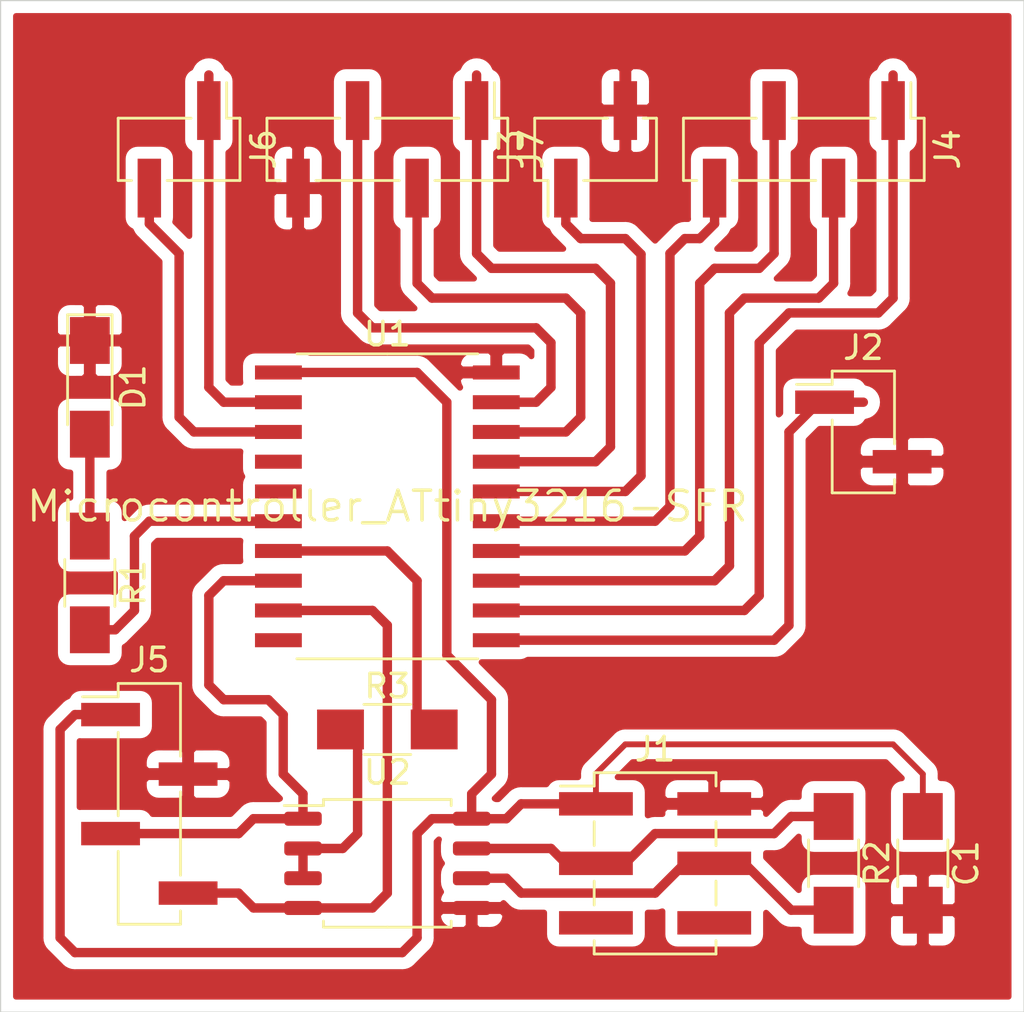
<source format=kicad_pcb>
(kicad_pcb (version 20171130) (host pcbnew 5.1.10-88a1d61d58~88~ubuntu20.04.1)

  (general
    (thickness 1.6)
    (drawings 4)
    (tracks 149)
    (zones 0)
    (modules 14)
    (nets 26)
  )

  (page A4)
  (layers
    (0 F.Cu signal)
    (31 B.Cu signal)
    (32 B.Adhes user)
    (33 F.Adhes user)
    (34 B.Paste user)
    (35 F.Paste user)
    (36 B.SilkS user)
    (37 F.SilkS user)
    (38 B.Mask user)
    (39 F.Mask user)
    (40 Dwgs.User user)
    (41 Cmts.User user)
    (42 Eco1.User user)
    (43 Eco2.User user)
    (44 Edge.Cuts user)
    (45 Margin user)
    (46 B.CrtYd user)
    (47 F.CrtYd user)
    (48 B.Fab user)
    (49 F.Fab user)
  )

  (setup
    (last_trace_width 0.4)
    (user_trace_width 0.4)
    (trace_clearance 0.2)
    (zone_clearance 0.508)
    (zone_45_only no)
    (trace_min 0.2)
    (via_size 0.8)
    (via_drill 0.4)
    (via_min_size 0.4)
    (via_min_drill 0.3)
    (uvia_size 0.3)
    (uvia_drill 0.1)
    (uvias_allowed no)
    (uvia_min_size 0.2)
    (uvia_min_drill 0.1)
    (edge_width 0.05)
    (segment_width 0.2)
    (pcb_text_width 0.3)
    (pcb_text_size 1.5 1.5)
    (mod_edge_width 0.12)
    (mod_text_size 1 1)
    (mod_text_width 0.15)
    (pad_size 1.524 1.524)
    (pad_drill 0.762)
    (pad_to_mask_clearance 0)
    (aux_axis_origin 50.8 91.44)
    (visible_elements FFFFFF7F)
    (pcbplotparams
      (layerselection 0x010fc_ffffffff)
      (usegerberextensions false)
      (usegerberattributes true)
      (usegerberadvancedattributes true)
      (creategerberjobfile true)
      (excludeedgelayer true)
      (linewidth 0.100000)
      (plotframeref false)
      (viasonmask false)
      (mode 1)
      (useauxorigin false)
      (hpglpennumber 1)
      (hpglpenspeed 20)
      (hpglpendiameter 15.000000)
      (psnegative false)
      (psa4output false)
      (plotreference true)
      (plotvalue true)
      (plotinvisibletext false)
      (padsonsilk false)
      (subtractmaskfromsilk false)
      (outputformat 1)
      (mirror false)
      (drillshape 1)
      (scaleselection 1)
      (outputdirectory ""))
  )

  (net 0 "")
  (net 1 GND)
  (net 2 VCC)
  (net 3 UPDI)
  (net 4 TX)
  (net 5 RX)
  (net 6 "Net-(D1-Pad2)")
  (net 7 DIR)
  (net 8 B)
  (net 9 A)
  (net 10 "Net-(J1-Pad6)")
  (net 11 "Net-(J1-Pad5)")
  (net 12 SEL)
  (net 13 "Net-(J2-Pad1)")
  (net 14 "Net-(J4-Pad4)")
  (net 15 "Net-(J4-Pad2)")
  (net 16 "Net-(J4-Pad3)")
  (net 17 "Net-(J4-Pad1)")
  (net 18 "Net-(J6-Pad2)")
  (net 19 "Net-(J6-Pad1)")
  (net 20 "Net-(U1-Pad10)")
  (net 21 "Net-(J7-Pad2)")
  (net 22 "Net-(J7-Pad3)")
  (net 23 "Net-(J7-Pad1)")
  (net 24 "Net-(U1-Pad5)")
  (net 25 "Net-(U1-Pad4)")

  (net_class Default "This is the default net class."
    (clearance 0.2)
    (trace_width 0.25)
    (via_dia 0.8)
    (via_drill 0.4)
    (uvia_dia 0.3)
    (uvia_drill 0.1)
    (add_net A)
    (add_net B)
    (add_net DIR)
    (add_net GND)
    (add_net "Net-(D1-Pad2)")
    (add_net "Net-(J1-Pad5)")
    (add_net "Net-(J1-Pad6)")
    (add_net "Net-(J2-Pad1)")
    (add_net "Net-(J4-Pad1)")
    (add_net "Net-(J4-Pad2)")
    (add_net "Net-(J4-Pad3)")
    (add_net "Net-(J4-Pad4)")
    (add_net "Net-(J6-Pad1)")
    (add_net "Net-(J6-Pad2)")
    (add_net "Net-(J7-Pad1)")
    (add_net "Net-(J7-Pad2)")
    (add_net "Net-(J7-Pad3)")
    (add_net "Net-(U1-Pad10)")
    (add_net "Net-(U1-Pad4)")
    (add_net "Net-(U1-Pad5)")
    (add_net RX)
    (add_net SEL)
    (add_net TX)
    (add_net UPDI)
    (add_net VCC)
  )

  (module Connector_PinHeader_2.54mm:PinHeader_1x04_P2.54mm_Vertical_SMD_Pin1Left (layer F.Cu) (tedit 59FED5CC) (tstamp 60AE145D)
    (at 67.31 54.61 270)
    (descr "surface-mounted straight pin header, 1x04, 2.54mm pitch, single row, style 1 (pin 1 left)")
    (tags "Surface mounted pin header SMD 1x04 2.54mm single row style1 pin1 left")
    (path /60AF87E2)
    (attr smd)
    (fp_text reference J7 (at 0 -6.14 90) (layer F.SilkS)
      (effects (font (size 1 1) (thickness 0.15)))
    )
    (fp_text value Rotary (at 0 6.14 90) (layer F.Fab)
      (effects (font (size 1 1) (thickness 0.15)))
    )
    (fp_line (start 3.45 -5.6) (end -3.45 -5.6) (layer F.CrtYd) (width 0.05))
    (fp_line (start 3.45 5.6) (end 3.45 -5.6) (layer F.CrtYd) (width 0.05))
    (fp_line (start -3.45 5.6) (end 3.45 5.6) (layer F.CrtYd) (width 0.05))
    (fp_line (start -3.45 -5.6) (end -3.45 5.6) (layer F.CrtYd) (width 0.05))
    (fp_line (start -1.33 2.03) (end -1.33 5.14) (layer F.SilkS) (width 0.12))
    (fp_line (start -1.33 -3.05) (end -1.33 0.51) (layer F.SilkS) (width 0.12))
    (fp_line (start 1.33 -0.51) (end 1.33 3.05) (layer F.SilkS) (width 0.12))
    (fp_line (start 1.33 4.57) (end 1.33 5.14) (layer F.SilkS) (width 0.12))
    (fp_line (start -1.33 -5.14) (end -1.33 -4.57) (layer F.SilkS) (width 0.12))
    (fp_line (start -1.33 -4.57) (end -2.85 -4.57) (layer F.SilkS) (width 0.12))
    (fp_line (start 1.33 -5.14) (end 1.33 -2.03) (layer F.SilkS) (width 0.12))
    (fp_line (start -1.33 5.14) (end 1.33 5.14) (layer F.SilkS) (width 0.12))
    (fp_line (start -1.33 -5.14) (end 1.33 -5.14) (layer F.SilkS) (width 0.12))
    (fp_line (start 2.54 4.13) (end 1.27 4.13) (layer F.Fab) (width 0.1))
    (fp_line (start 2.54 3.49) (end 2.54 4.13) (layer F.Fab) (width 0.1))
    (fp_line (start 1.27 3.49) (end 2.54 3.49) (layer F.Fab) (width 0.1))
    (fp_line (start 2.54 -0.95) (end 1.27 -0.95) (layer F.Fab) (width 0.1))
    (fp_line (start 2.54 -1.59) (end 2.54 -0.95) (layer F.Fab) (width 0.1))
    (fp_line (start 1.27 -1.59) (end 2.54 -1.59) (layer F.Fab) (width 0.1))
    (fp_line (start -2.54 1.59) (end -1.27 1.59) (layer F.Fab) (width 0.1))
    (fp_line (start -2.54 0.95) (end -2.54 1.59) (layer F.Fab) (width 0.1))
    (fp_line (start -1.27 0.95) (end -2.54 0.95) (layer F.Fab) (width 0.1))
    (fp_line (start -2.54 -3.49) (end -1.27 -3.49) (layer F.Fab) (width 0.1))
    (fp_line (start -2.54 -4.13) (end -2.54 -3.49) (layer F.Fab) (width 0.1))
    (fp_line (start -1.27 -4.13) (end -2.54 -4.13) (layer F.Fab) (width 0.1))
    (fp_line (start 1.27 -5.08) (end 1.27 5.08) (layer F.Fab) (width 0.1))
    (fp_line (start -1.27 -4.13) (end -0.32 -5.08) (layer F.Fab) (width 0.1))
    (fp_line (start -1.27 5.08) (end -1.27 -4.13) (layer F.Fab) (width 0.1))
    (fp_line (start -0.32 -5.08) (end 1.27 -5.08) (layer F.Fab) (width 0.1))
    (fp_line (start 1.27 5.08) (end -1.27 5.08) (layer F.Fab) (width 0.1))
    (fp_text user %R (at 0 0) (layer F.Fab)
      (effects (font (size 1 1) (thickness 0.15)))
    )
    (pad 4 smd rect (at 1.655 3.81 270) (size 2.51 1) (layers F.Cu F.Paste F.Mask)
      (net 1 GND))
    (pad 2 smd rect (at 1.655 -1.27 270) (size 2.51 1) (layers F.Cu F.Paste F.Mask)
      (net 21 "Net-(J7-Pad2)"))
    (pad 3 smd rect (at -1.655 1.27 270) (size 2.51 1) (layers F.Cu F.Paste F.Mask)
      (net 22 "Net-(J7-Pad3)"))
    (pad 1 smd rect (at -1.655 -3.81 270) (size 2.51 1) (layers F.Cu F.Paste F.Mask)
      (net 23 "Net-(J7-Pad1)"))
    (model ${KISYS3DMOD}/Connector_PinHeader_2.54mm.3dshapes/PinHeader_1x04_P2.54mm_Vertical_SMD_Pin1Left.wrl
      (at (xyz 0 0 0))
      (scale (xyz 1 1 1))
      (rotate (xyz 0 0 0))
    )
  )

  (module Connector_PinHeader_2.54mm:PinHeader_1x02_P2.54mm_Vertical_SMD_Pin1Left (layer F.Cu) (tedit 59FED5CC) (tstamp 60AE1101)
    (at 58.42 54.61 270)
    (descr "surface-mounted straight pin header, 1x02, 2.54mm pitch, single row, style 1 (pin 1 left)")
    (tags "Surface mounted pin header SMD 1x02 2.54mm single row style1 pin1 left")
    (path /60B2DF6B)
    (attr smd)
    (fp_text reference J6 (at 0 -3.6 90) (layer F.SilkS)
      (effects (font (size 1 1) (thickness 0.15)))
    )
    (fp_text value LED (at 0 3.6 90) (layer F.Fab)
      (effects (font (size 1 1) (thickness 0.15)))
    )
    (fp_line (start 3.45 -3.05) (end -3.45 -3.05) (layer F.CrtYd) (width 0.05))
    (fp_line (start 3.45 3.05) (end 3.45 -3.05) (layer F.CrtYd) (width 0.05))
    (fp_line (start -3.45 3.05) (end 3.45 3.05) (layer F.CrtYd) (width 0.05))
    (fp_line (start -3.45 -3.05) (end -3.45 3.05) (layer F.CrtYd) (width 0.05))
    (fp_line (start -1.33 -0.51) (end -1.33 2.6) (layer F.SilkS) (width 0.12))
    (fp_line (start 1.33 2.03) (end 1.33 2.6) (layer F.SilkS) (width 0.12))
    (fp_line (start -1.33 -2.6) (end -1.33 -2.03) (layer F.SilkS) (width 0.12))
    (fp_line (start -1.33 -2.03) (end -2.85 -2.03) (layer F.SilkS) (width 0.12))
    (fp_line (start 1.33 -2.6) (end 1.33 0.51) (layer F.SilkS) (width 0.12))
    (fp_line (start -1.33 2.6) (end 1.33 2.6) (layer F.SilkS) (width 0.12))
    (fp_line (start -1.33 -2.6) (end 1.33 -2.6) (layer F.SilkS) (width 0.12))
    (fp_line (start 2.54 1.59) (end 1.27 1.59) (layer F.Fab) (width 0.1))
    (fp_line (start 2.54 0.95) (end 2.54 1.59) (layer F.Fab) (width 0.1))
    (fp_line (start 1.27 0.95) (end 2.54 0.95) (layer F.Fab) (width 0.1))
    (fp_line (start -2.54 -0.95) (end -1.27 -0.95) (layer F.Fab) (width 0.1))
    (fp_line (start -2.54 -1.59) (end -2.54 -0.95) (layer F.Fab) (width 0.1))
    (fp_line (start -1.27 -1.59) (end -2.54 -1.59) (layer F.Fab) (width 0.1))
    (fp_line (start 1.27 -2.54) (end 1.27 2.54) (layer F.Fab) (width 0.1))
    (fp_line (start -1.27 -1.59) (end -0.32 -2.54) (layer F.Fab) (width 0.1))
    (fp_line (start -1.27 2.54) (end -1.27 -1.59) (layer F.Fab) (width 0.1))
    (fp_line (start -0.32 -2.54) (end 1.27 -2.54) (layer F.Fab) (width 0.1))
    (fp_line (start 1.27 2.54) (end -1.27 2.54) (layer F.Fab) (width 0.1))
    (fp_text user %R (at 0 0) (layer F.Fab)
      (effects (font (size 1 1) (thickness 0.15)))
    )
    (pad 2 smd rect (at 1.655 1.27 270) (size 2.51 1) (layers F.Cu F.Paste F.Mask)
      (net 18 "Net-(J6-Pad2)"))
    (pad 1 smd rect (at -1.655 -1.27 270) (size 2.51 1) (layers F.Cu F.Paste F.Mask)
      (net 19 "Net-(J6-Pad1)"))
    (model ${KISYS3DMOD}/Connector_PinHeader_2.54mm.3dshapes/PinHeader_1x02_P2.54mm_Vertical_SMD_Pin1Left.wrl
      (at (xyz 0 0 0))
      (scale (xyz 1 1 1))
      (rotate (xyz 0 0 0))
    )
  )

  (module Connector_PinHeader_2.54mm:PinHeader_1x02_P2.54mm_Vertical_SMD_Pin1Left (layer F.Cu) (tedit 59FED5CC) (tstamp 60AC8AD8)
    (at 76.2 54.61 90)
    (descr "surface-mounted straight pin header, 1x02, 2.54mm pitch, single row, style 1 (pin 1 left)")
    (tags "Surface mounted pin header SMD 1x02 2.54mm single row style1 pin1 left")
    (path /60AD7B24)
    (attr smd)
    (fp_text reference J3 (at 0 -3.6 90) (layer F.SilkS)
      (effects (font (size 1 1) (thickness 0.15)))
    )
    (fp_text value UPDI (at 0 3.6 90) (layer F.Fab)
      (effects (font (size 1 1) (thickness 0.15)))
    )
    (fp_line (start 3.45 -3.05) (end -3.45 -3.05) (layer F.CrtYd) (width 0.05))
    (fp_line (start 3.45 3.05) (end 3.45 -3.05) (layer F.CrtYd) (width 0.05))
    (fp_line (start -3.45 3.05) (end 3.45 3.05) (layer F.CrtYd) (width 0.05))
    (fp_line (start -3.45 -3.05) (end -3.45 3.05) (layer F.CrtYd) (width 0.05))
    (fp_line (start -1.33 -0.51) (end -1.33 2.6) (layer F.SilkS) (width 0.12))
    (fp_line (start 1.33 2.03) (end 1.33 2.6) (layer F.SilkS) (width 0.12))
    (fp_line (start -1.33 -2.6) (end -1.33 -2.03) (layer F.SilkS) (width 0.12))
    (fp_line (start -1.33 -2.03) (end -2.85 -2.03) (layer F.SilkS) (width 0.12))
    (fp_line (start 1.33 -2.6) (end 1.33 0.51) (layer F.SilkS) (width 0.12))
    (fp_line (start -1.33 2.6) (end 1.33 2.6) (layer F.SilkS) (width 0.12))
    (fp_line (start -1.33 -2.6) (end 1.33 -2.6) (layer F.SilkS) (width 0.12))
    (fp_line (start 2.54 1.59) (end 1.27 1.59) (layer F.Fab) (width 0.1))
    (fp_line (start 2.54 0.95) (end 2.54 1.59) (layer F.Fab) (width 0.1))
    (fp_line (start 1.27 0.95) (end 2.54 0.95) (layer F.Fab) (width 0.1))
    (fp_line (start -2.54 -0.95) (end -1.27 -0.95) (layer F.Fab) (width 0.1))
    (fp_line (start -2.54 -1.59) (end -2.54 -0.95) (layer F.Fab) (width 0.1))
    (fp_line (start -1.27 -1.59) (end -2.54 -1.59) (layer F.Fab) (width 0.1))
    (fp_line (start 1.27 -2.54) (end 1.27 2.54) (layer F.Fab) (width 0.1))
    (fp_line (start -1.27 -1.59) (end -0.32 -2.54) (layer F.Fab) (width 0.1))
    (fp_line (start -1.27 2.54) (end -1.27 -1.59) (layer F.Fab) (width 0.1))
    (fp_line (start -0.32 -2.54) (end 1.27 -2.54) (layer F.Fab) (width 0.1))
    (fp_line (start 1.27 2.54) (end -1.27 2.54) (layer F.Fab) (width 0.1))
    (fp_text user %R (at 0 0) (layer F.Fab)
      (effects (font (size 1 1) (thickness 0.15)))
    )
    (pad 2 smd rect (at 1.655 1.27 90) (size 2.51 1) (layers F.Cu F.Paste F.Mask)
      (net 1 GND))
    (pad 1 smd rect (at -1.655 -1.27 90) (size 2.51 1) (layers F.Cu F.Paste F.Mask)
      (net 3 UPDI))
    (model ${KISYS3DMOD}/Connector_PinHeader_2.54mm.3dshapes/PinHeader_1x02_P2.54mm_Vertical_SMD_Pin1Left.wrl
      (at (xyz 0 0 0))
      (scale (xyz 1 1 1))
      (rotate (xyz 0 0 0))
    )
  )

  (module Connector_PinHeader_2.54mm:PinHeader_1x04_P2.54mm_Vertical_SMD_Pin1Left (layer F.Cu) (tedit 59FED5CC) (tstamp 60AC5FF9)
    (at 85.09 54.61 270)
    (descr "surface-mounted straight pin header, 1x04, 2.54mm pitch, single row, style 1 (pin 1 left)")
    (tags "Surface mounted pin header SMD 1x04 2.54mm single row style1 pin1 left")
    (path /60B1B625)
    (attr smd)
    (fp_text reference J4 (at 0 -6.14 90) (layer F.SilkS)
      (effects (font (size 1 1) (thickness 0.15)))
    )
    (fp_text value Channel (at 0 6.14 90) (layer F.Fab)
      (effects (font (size 1 1) (thickness 0.15)))
    )
    (fp_line (start 1.27 5.08) (end -1.27 5.08) (layer F.Fab) (width 0.1))
    (fp_line (start -0.32 -5.08) (end 1.27 -5.08) (layer F.Fab) (width 0.1))
    (fp_line (start -1.27 5.08) (end -1.27 -4.13) (layer F.Fab) (width 0.1))
    (fp_line (start -1.27 -4.13) (end -0.32 -5.08) (layer F.Fab) (width 0.1))
    (fp_line (start 1.27 -5.08) (end 1.27 5.08) (layer F.Fab) (width 0.1))
    (fp_line (start -1.27 -4.13) (end -2.54 -4.13) (layer F.Fab) (width 0.1))
    (fp_line (start -2.54 -4.13) (end -2.54 -3.49) (layer F.Fab) (width 0.1))
    (fp_line (start -2.54 -3.49) (end -1.27 -3.49) (layer F.Fab) (width 0.1))
    (fp_line (start -1.27 0.95) (end -2.54 0.95) (layer F.Fab) (width 0.1))
    (fp_line (start -2.54 0.95) (end -2.54 1.59) (layer F.Fab) (width 0.1))
    (fp_line (start -2.54 1.59) (end -1.27 1.59) (layer F.Fab) (width 0.1))
    (fp_line (start 1.27 -1.59) (end 2.54 -1.59) (layer F.Fab) (width 0.1))
    (fp_line (start 2.54 -1.59) (end 2.54 -0.95) (layer F.Fab) (width 0.1))
    (fp_line (start 2.54 -0.95) (end 1.27 -0.95) (layer F.Fab) (width 0.1))
    (fp_line (start 1.27 3.49) (end 2.54 3.49) (layer F.Fab) (width 0.1))
    (fp_line (start 2.54 3.49) (end 2.54 4.13) (layer F.Fab) (width 0.1))
    (fp_line (start 2.54 4.13) (end 1.27 4.13) (layer F.Fab) (width 0.1))
    (fp_line (start -1.33 -5.14) (end 1.33 -5.14) (layer F.SilkS) (width 0.12))
    (fp_line (start -1.33 5.14) (end 1.33 5.14) (layer F.SilkS) (width 0.12))
    (fp_line (start 1.33 -5.14) (end 1.33 -2.03) (layer F.SilkS) (width 0.12))
    (fp_line (start -1.33 -4.57) (end -2.85 -4.57) (layer F.SilkS) (width 0.12))
    (fp_line (start -1.33 -5.14) (end -1.33 -4.57) (layer F.SilkS) (width 0.12))
    (fp_line (start 1.33 4.57) (end 1.33 5.14) (layer F.SilkS) (width 0.12))
    (fp_line (start 1.33 -0.51) (end 1.33 3.05) (layer F.SilkS) (width 0.12))
    (fp_line (start -1.33 -3.05) (end -1.33 0.51) (layer F.SilkS) (width 0.12))
    (fp_line (start -1.33 2.03) (end -1.33 5.14) (layer F.SilkS) (width 0.12))
    (fp_line (start -3.45 -5.6) (end -3.45 5.6) (layer F.CrtYd) (width 0.05))
    (fp_line (start -3.45 5.6) (end 3.45 5.6) (layer F.CrtYd) (width 0.05))
    (fp_line (start 3.45 5.6) (end 3.45 -5.6) (layer F.CrtYd) (width 0.05))
    (fp_line (start 3.45 -5.6) (end -3.45 -5.6) (layer F.CrtYd) (width 0.05))
    (fp_text user %R (at 0 0) (layer F.Fab)
      (effects (font (size 1 1) (thickness 0.15)))
    )
    (pad 4 smd rect (at 1.655 3.81 270) (size 2.51 1) (layers F.Cu F.Paste F.Mask)
      (net 14 "Net-(J4-Pad4)"))
    (pad 2 smd rect (at 1.655 -1.27 270) (size 2.51 1) (layers F.Cu F.Paste F.Mask)
      (net 15 "Net-(J4-Pad2)"))
    (pad 3 smd rect (at -1.655 1.27 270) (size 2.51 1) (layers F.Cu F.Paste F.Mask)
      (net 16 "Net-(J4-Pad3)"))
    (pad 1 smd rect (at -1.655 -3.81 270) (size 2.51 1) (layers F.Cu F.Paste F.Mask)
      (net 17 "Net-(J4-Pad1)"))
    (model ${KISYS3DMOD}/Connector_PinHeader_2.54mm.3dshapes/PinHeader_1x04_P2.54mm_Vertical_SMD_Pin1Left.wrl
      (at (xyz 0 0 0))
      (scale (xyz 1 1 1))
      (rotate (xyz 0 0 0))
    )
  )

  (module Connector_PinHeader_2.54mm:PinHeader_1x02_P2.54mm_Vertical_SMD_Pin1Left (layer F.Cu) (tedit 59FED5CC) (tstamp 60AC5F9A)
    (at 87.63 66.675)
    (descr "surface-mounted straight pin header, 1x02, 2.54mm pitch, single row, style 1 (pin 1 left)")
    (tags "Surface mounted pin header SMD 1x02 2.54mm single row style1 pin1 left")
    (path /60B797C2)
    (attr smd)
    (fp_text reference J2 (at 0 -3.6) (layer F.SilkS)
      (effects (font (size 1 1) (thickness 0.15)))
    )
    (fp_text value Ameter (at 0 3.6) (layer F.Fab)
      (effects (font (size 1 1) (thickness 0.15)))
    )
    (fp_line (start 1.27 2.54) (end -1.27 2.54) (layer F.Fab) (width 0.1))
    (fp_line (start -0.32 -2.54) (end 1.27 -2.54) (layer F.Fab) (width 0.1))
    (fp_line (start -1.27 2.54) (end -1.27 -1.59) (layer F.Fab) (width 0.1))
    (fp_line (start -1.27 -1.59) (end -0.32 -2.54) (layer F.Fab) (width 0.1))
    (fp_line (start 1.27 -2.54) (end 1.27 2.54) (layer F.Fab) (width 0.1))
    (fp_line (start -1.27 -1.59) (end -2.54 -1.59) (layer F.Fab) (width 0.1))
    (fp_line (start -2.54 -1.59) (end -2.54 -0.95) (layer F.Fab) (width 0.1))
    (fp_line (start -2.54 -0.95) (end -1.27 -0.95) (layer F.Fab) (width 0.1))
    (fp_line (start 1.27 0.95) (end 2.54 0.95) (layer F.Fab) (width 0.1))
    (fp_line (start 2.54 0.95) (end 2.54 1.59) (layer F.Fab) (width 0.1))
    (fp_line (start 2.54 1.59) (end 1.27 1.59) (layer F.Fab) (width 0.1))
    (fp_line (start -1.33 -2.6) (end 1.33 -2.6) (layer F.SilkS) (width 0.12))
    (fp_line (start -1.33 2.6) (end 1.33 2.6) (layer F.SilkS) (width 0.12))
    (fp_line (start 1.33 -2.6) (end 1.33 0.51) (layer F.SilkS) (width 0.12))
    (fp_line (start -1.33 -2.03) (end -2.85 -2.03) (layer F.SilkS) (width 0.12))
    (fp_line (start -1.33 -2.6) (end -1.33 -2.03) (layer F.SilkS) (width 0.12))
    (fp_line (start 1.33 2.03) (end 1.33 2.6) (layer F.SilkS) (width 0.12))
    (fp_line (start -1.33 -0.51) (end -1.33 2.6) (layer F.SilkS) (width 0.12))
    (fp_line (start -3.45 -3.05) (end -3.45 3.05) (layer F.CrtYd) (width 0.05))
    (fp_line (start -3.45 3.05) (end 3.45 3.05) (layer F.CrtYd) (width 0.05))
    (fp_line (start 3.45 3.05) (end 3.45 -3.05) (layer F.CrtYd) (width 0.05))
    (fp_line (start 3.45 -3.05) (end -3.45 -3.05) (layer F.CrtYd) (width 0.05))
    (fp_text user %R (at 0 0 90) (layer F.Fab)
      (effects (font (size 1 1) (thickness 0.15)))
    )
    (pad 2 smd rect (at 1.655 1.27) (size 2.51 1) (layers F.Cu F.Paste F.Mask)
      (net 1 GND))
    (pad 1 smd rect (at -1.655 -1.27) (size 2.51 1) (layers F.Cu F.Paste F.Mask)
      (net 13 "Net-(J2-Pad1)"))
    (model ${KISYS3DMOD}/Connector_PinHeader_2.54mm.3dshapes/PinHeader_1x02_P2.54mm_Vertical_SMD_Pin1Left.wrl
      (at (xyz 0 0 0))
      (scale (xyz 1 1 1))
      (rotate (xyz 0 0 0))
    )
  )

  (module Connector_PinHeader_2.54mm:PinHeader_2x03_P2.54mm_Vertical_SMD (layer F.Cu) (tedit 59FED5CC) (tstamp 60AC39F7)
    (at 78.74 85.09)
    (descr "surface-mounted straight pin header, 2x03, 2.54mm pitch, double rows")
    (tags "Surface mounted pin header SMD 2x03 2.54mm double row")
    (path /60ADCA83)
    (attr smd)
    (fp_text reference J1 (at 0 -4.87) (layer F.SilkS)
      (effects (font (size 1 1) (thickness 0.15)))
    )
    (fp_text value RS485 (at 0 4.87) (layer F.Fab)
      (effects (font (size 1 1) (thickness 0.15)))
    )
    (fp_line (start 2.54 3.81) (end -2.54 3.81) (layer F.Fab) (width 0.1))
    (fp_line (start -1.59 -3.81) (end 2.54 -3.81) (layer F.Fab) (width 0.1))
    (fp_line (start -2.54 3.81) (end -2.54 -2.86) (layer F.Fab) (width 0.1))
    (fp_line (start -2.54 -2.86) (end -1.59 -3.81) (layer F.Fab) (width 0.1))
    (fp_line (start 2.54 -3.81) (end 2.54 3.81) (layer F.Fab) (width 0.1))
    (fp_line (start -2.54 -2.86) (end -3.6 -2.86) (layer F.Fab) (width 0.1))
    (fp_line (start -3.6 -2.86) (end -3.6 -2.22) (layer F.Fab) (width 0.1))
    (fp_line (start -3.6 -2.22) (end -2.54 -2.22) (layer F.Fab) (width 0.1))
    (fp_line (start 2.54 -2.86) (end 3.6 -2.86) (layer F.Fab) (width 0.1))
    (fp_line (start 3.6 -2.86) (end 3.6 -2.22) (layer F.Fab) (width 0.1))
    (fp_line (start 3.6 -2.22) (end 2.54 -2.22) (layer F.Fab) (width 0.1))
    (fp_line (start -2.54 -0.32) (end -3.6 -0.32) (layer F.Fab) (width 0.1))
    (fp_line (start -3.6 -0.32) (end -3.6 0.32) (layer F.Fab) (width 0.1))
    (fp_line (start -3.6 0.32) (end -2.54 0.32) (layer F.Fab) (width 0.1))
    (fp_line (start 2.54 -0.32) (end 3.6 -0.32) (layer F.Fab) (width 0.1))
    (fp_line (start 3.6 -0.32) (end 3.6 0.32) (layer F.Fab) (width 0.1))
    (fp_line (start 3.6 0.32) (end 2.54 0.32) (layer F.Fab) (width 0.1))
    (fp_line (start -2.54 2.22) (end -3.6 2.22) (layer F.Fab) (width 0.1))
    (fp_line (start -3.6 2.22) (end -3.6 2.86) (layer F.Fab) (width 0.1))
    (fp_line (start -3.6 2.86) (end -2.54 2.86) (layer F.Fab) (width 0.1))
    (fp_line (start 2.54 2.22) (end 3.6 2.22) (layer F.Fab) (width 0.1))
    (fp_line (start 3.6 2.22) (end 3.6 2.86) (layer F.Fab) (width 0.1))
    (fp_line (start 3.6 2.86) (end 2.54 2.86) (layer F.Fab) (width 0.1))
    (fp_line (start -2.6 -3.87) (end 2.6 -3.87) (layer F.SilkS) (width 0.12))
    (fp_line (start -2.6 3.87) (end 2.6 3.87) (layer F.SilkS) (width 0.12))
    (fp_line (start -4.04 -3.3) (end -2.6 -3.3) (layer F.SilkS) (width 0.12))
    (fp_line (start -2.6 -3.87) (end -2.6 -3.3) (layer F.SilkS) (width 0.12))
    (fp_line (start 2.6 -3.87) (end 2.6 -3.3) (layer F.SilkS) (width 0.12))
    (fp_line (start -2.6 3.3) (end -2.6 3.87) (layer F.SilkS) (width 0.12))
    (fp_line (start 2.6 3.3) (end 2.6 3.87) (layer F.SilkS) (width 0.12))
    (fp_line (start -2.6 -1.78) (end -2.6 -0.76) (layer F.SilkS) (width 0.12))
    (fp_line (start 2.6 -1.78) (end 2.6 -0.76) (layer F.SilkS) (width 0.12))
    (fp_line (start -2.6 0.76) (end -2.6 1.78) (layer F.SilkS) (width 0.12))
    (fp_line (start 2.6 0.76) (end 2.6 1.78) (layer F.SilkS) (width 0.12))
    (fp_line (start -5.9 -4.35) (end -5.9 4.35) (layer F.CrtYd) (width 0.05))
    (fp_line (start -5.9 4.35) (end 5.9 4.35) (layer F.CrtYd) (width 0.05))
    (fp_line (start 5.9 4.35) (end 5.9 -4.35) (layer F.CrtYd) (width 0.05))
    (fp_line (start 5.9 -4.35) (end -5.9 -4.35) (layer F.CrtYd) (width 0.05))
    (fp_text user %R (at 0 0 90) (layer F.Fab)
      (effects (font (size 1 1) (thickness 0.15)))
    )
    (pad 6 smd rect (at 2.525 2.54) (size 3.15 1) (layers F.Cu F.Paste F.Mask)
      (net 10 "Net-(J1-Pad6)"))
    (pad 5 smd rect (at -2.525 2.54) (size 3.15 1) (layers F.Cu F.Paste F.Mask)
      (net 11 "Net-(J1-Pad5)"))
    (pad 4 smd rect (at 2.525 0) (size 3.15 1) (layers F.Cu F.Paste F.Mask)
      (net 8 B))
    (pad 3 smd rect (at -2.525 0) (size 3.15 1) (layers F.Cu F.Paste F.Mask)
      (net 9 A))
    (pad 2 smd rect (at 2.525 -2.54) (size 3.15 1) (layers F.Cu F.Paste F.Mask)
      (net 1 GND))
    (pad 1 smd rect (at -2.525 -2.54) (size 3.15 1) (layers F.Cu F.Paste F.Mask)
      (net 2 VCC))
    (model ${KISYS3DMOD}/Connector_PinHeader_2.54mm.3dshapes/PinHeader_2x03_P2.54mm_Vertical_SMD.wrl
      (at (xyz 0 0 0))
      (scale (xyz 1 1 1))
      (rotate (xyz 0 0 0))
    )
  )

  (module FabAcademy:R_1206 (layer F.Cu) (tedit 60020482) (tstamp 60AC60C0)
    (at 67.31 79.375)
    (descr "Resistor SMD 1206, hand soldering")
    (tags "resistor 1206")
    (path /60BA5B07)
    (attr smd)
    (fp_text reference R3 (at 0 -1.85) (layer F.SilkS)
      (effects (font (size 1 1) (thickness 0.15)))
    )
    (fp_text value 0 (at 0 1.9) (layer F.Fab)
      (effects (font (size 1 1) (thickness 0.15)))
    )
    (fp_line (start -1.6 0.8) (end -1.6 -0.8) (layer F.Fab) (width 0.1))
    (fp_line (start 1.6 0.8) (end -1.6 0.8) (layer F.Fab) (width 0.1))
    (fp_line (start 1.6 -0.8) (end 1.6 0.8) (layer F.Fab) (width 0.1))
    (fp_line (start -1.6 -0.8) (end 1.6 -0.8) (layer F.Fab) (width 0.1))
    (fp_line (start 1 1.07) (end -1 1.07) (layer F.SilkS) (width 0.12))
    (fp_line (start -1 -1.07) (end 1 -1.07) (layer F.SilkS) (width 0.12))
    (fp_line (start -3.25 -1.11) (end 3.25 -1.11) (layer F.CrtYd) (width 0.05))
    (fp_line (start -3.25 -1.11) (end -3.25 1.1) (layer F.CrtYd) (width 0.05))
    (fp_line (start 3.25 1.1) (end 3.25 -1.11) (layer F.CrtYd) (width 0.05))
    (fp_line (start 3.25 1.1) (end -3.25 1.1) (layer F.CrtYd) (width 0.05))
    (fp_text user %R (at 0 0) (layer F.Fab)
      (effects (font (size 0.7 0.7) (thickness 0.105)))
    )
    (pad 1 smd rect (at -2 0) (size 2 1.7) (layers F.Cu F.Paste F.Mask)
      (net 7 DIR))
    (pad 2 smd rect (at 2 0) (size 2 1.7) (layers F.Cu F.Paste F.Mask)
      (net 7 DIR))
    (model ${FAB}/fab.3dshapes/R_1206.step
      (at (xyz 0 0 0))
      (scale (xyz 1 1 1))
      (rotate (xyz 0 0 0))
    )
  )

  (module FabAcademy:C_1206 (layer F.Cu) (tedit 6002C54C) (tstamp 60AC6BCB)
    (at 90.17 85.09 270)
    (descr "Capacitor SMD 1206, hand soldering")
    (tags "capacitor 1206")
    (path /60BBDFE3)
    (attr smd)
    (fp_text reference C1 (at 0 -1.85 90) (layer F.SilkS)
      (effects (font (size 1 1) (thickness 0.15)))
    )
    (fp_text value 1uF (at 0 1.9 90) (layer F.Fab)
      (effects (font (size 1 1) (thickness 0.15)))
    )
    (fp_line (start 3.25 1.1) (end -3.25 1.1) (layer F.CrtYd) (width 0.05))
    (fp_line (start 3.25 1.1) (end 3.25 -1.11) (layer F.CrtYd) (width 0.05))
    (fp_line (start -3.25 -1.11) (end -3.25 1.1) (layer F.CrtYd) (width 0.05))
    (fp_line (start -3.25 -1.11) (end 3.25 -1.11) (layer F.CrtYd) (width 0.05))
    (fp_line (start -1 -1.07) (end 1 -1.07) (layer F.SilkS) (width 0.12))
    (fp_line (start 1 1.07) (end -1 1.07) (layer F.SilkS) (width 0.12))
    (fp_line (start -1.6 -0.8) (end 1.6 -0.8) (layer F.Fab) (width 0.1))
    (fp_line (start 1.6 -0.8) (end 1.6 0.8) (layer F.Fab) (width 0.1))
    (fp_line (start 1.6 0.8) (end -1.6 0.8) (layer F.Fab) (width 0.1))
    (fp_line (start -1.6 0.8) (end -1.6 -0.8) (layer F.Fab) (width 0.1))
    (fp_text user %R (at 0 0 90) (layer F.Fab)
      (effects (font (size 0.7 0.7) (thickness 0.105)))
    )
    (pad 1 smd rect (at -2 0 270) (size 2 1.7) (layers F.Cu F.Paste F.Mask)
      (net 2 VCC))
    (pad 2 smd rect (at 2 0 270) (size 2 1.7) (layers F.Cu F.Paste F.Mask)
      (net 1 GND))
    (model ${FAB}/fab.3dshapes/C_1206.step
      (at (xyz 0 0 0))
      (scale (xyz 1 1 1))
      (rotate (xyz 0 0 0))
    )
  )

  (module FabAcademy:SOIC-20_7.5x12.8mm_P1.27mm (layer F.Cu) (tedit 600301A3) (tstamp 60AC7027)
    (at 67.31 69.85)
    (descr "SOIC, 20 Pin, fab version")
    (tags "SOIC fab")
    (path /60A971BB)
    (attr smd)
    (fp_text reference U1 (at 0 -7.35) (layer F.SilkS)
      (effects (font (size 1 1) (thickness 0.15)))
    )
    (fp_text value Microcontroller_ATtiny3216-SFR (at 0 0) (layer F.SilkS)
      (effects (font (size 1.27 1.27) (thickness 0.15)))
    )
    (fp_line (start -5.95 6.75) (end -5.95 -6.75) (layer B.CrtYd) (width 0.05))
    (fp_line (start 6 6.75) (end -5.95 6.75) (layer B.CrtYd) (width 0.05))
    (fp_line (start 6 -6.75) (end 6 6.75) (layer B.CrtYd) (width 0.05))
    (fp_line (start -5.95 -6.75) (end 6 -6.75) (layer B.CrtYd) (width 0.05))
    (fp_line (start 0 6.51) (end 3.86 6.51) (layer F.SilkS) (width 0.12))
    (fp_line (start 0 6.51) (end -3.86 6.51) (layer F.SilkS) (width 0.12))
    (fp_line (start 0 -6.51) (end 3.86 -6.51) (layer F.SilkS) (width 0.12))
    (fp_line (start 0 -6.51) (end -3.86 -6.51) (layer F.SilkS) (width 0.12))
    (fp_line (start -2.75 -6.4) (end 3.75 -6.4) (layer F.Fab) (width 0.1))
    (fp_line (start 3.75 -6.4) (end 3.75 6.4) (layer F.Fab) (width 0.1))
    (fp_line (start 3.75 6.4) (end -3.75 6.4) (layer F.Fab) (width 0.1))
    (fp_line (start -3.75 6.4) (end -3.75 -5.4) (layer F.Fab) (width 0.1))
    (fp_line (start -3.75 -5.4) (end -2.75 -6.4) (layer F.Fab) (width 0.1))
    (fp_text user %R (at 0 0) (layer B.CrtYd)
      (effects (font (size 1 1) (thickness 0.15)))
    )
    (pad 20 smd rect (at 4.65 -5.715) (size 2 0.6) (layers F.Cu F.Paste F.Mask)
      (net 1 GND))
    (pad 19 smd rect (at 4.65 -4.445) (size 2 0.6) (layers F.Cu F.Paste F.Mask)
      (net 22 "Net-(J7-Pad3)"))
    (pad 18 smd rect (at 4.65 -3.175) (size 2 0.6) (layers F.Cu F.Paste F.Mask)
      (net 21 "Net-(J7-Pad2)"))
    (pad 17 smd rect (at 4.65 -1.905) (size 2 0.6) (layers F.Cu F.Paste F.Mask)
      (net 23 "Net-(J7-Pad1)"))
    (pad 16 smd rect (at 4.65 -0.635) (size 2 0.6) (layers F.Cu F.Paste F.Mask)
      (net 3 UPDI))
    (pad 15 smd rect (at 4.65 0.635) (size 2 0.6) (layers F.Cu F.Paste F.Mask)
      (net 14 "Net-(J4-Pad4)"))
    (pad 14 smd rect (at 4.65 1.905) (size 2 0.6) (layers F.Cu F.Paste F.Mask)
      (net 16 "Net-(J4-Pad3)"))
    (pad 13 smd rect (at 4.65 3.175) (size 2 0.6) (layers F.Cu F.Paste F.Mask)
      (net 15 "Net-(J4-Pad2)"))
    (pad 12 smd rect (at 4.65 4.445) (size 2 0.6) (layers F.Cu F.Paste F.Mask)
      (net 17 "Net-(J4-Pad1)"))
    (pad 11 smd rect (at 4.65 5.715) (size 2 0.6) (layers F.Cu F.Paste F.Mask)
      (net 13 "Net-(J2-Pad1)"))
    (pad 10 smd rect (at -4.65 5.715) (size 2 0.6) (layers F.Cu F.Paste F.Mask)
      (net 20 "Net-(U1-Pad10)"))
    (pad 9 smd rect (at -4.65 4.445) (size 2 0.6) (layers F.Cu F.Paste F.Mask)
      (net 4 TX))
    (pad 8 smd rect (at -4.65 3.175) (size 2 0.6) (layers F.Cu F.Paste F.Mask)
      (net 5 RX))
    (pad 7 smd rect (at -4.65 1.905) (size 2 0.6) (layers F.Cu F.Paste F.Mask)
      (net 7 DIR))
    (pad 6 smd rect (at -4.65 0.635) (size 2 0.6) (layers F.Cu F.Paste F.Mask)
      (net 12 SEL))
    (pad 5 smd rect (at -4.65 -0.635) (size 2 0.6) (layers F.Cu F.Paste F.Mask)
      (net 24 "Net-(U1-Pad5)"))
    (pad 4 smd rect (at -4.65 -1.905) (size 2 0.6) (layers F.Cu F.Paste F.Mask)
      (net 25 "Net-(U1-Pad4)"))
    (pad 3 smd rect (at -4.65 -3.175) (size 2 0.6) (layers F.Cu F.Paste F.Mask)
      (net 18 "Net-(J6-Pad2)"))
    (pad 2 smd rect (at -4.65 -4.445) (size 2 0.6) (layers F.Cu F.Paste F.Mask)
      (net 19 "Net-(J6-Pad1)"))
    (pad 1 smd rect (at -4.65 -5.715) (size 2 0.6) (layers F.Cu F.Paste F.Mask)
      (net 2 VCC))
    (model ${FAB}/fab.3dshapes/SOIC-20_7.5x12.8mm_P1.27mm.step
      (at (xyz 0 0 0))
      (scale (xyz 1 1 1))
      (rotate (xyz 0 0 0))
    )
  )

  (module FabAcademy:R_1206 (layer F.Cu) (tedit 60020482) (tstamp 60AC6C97)
    (at 86.36 85.09 270)
    (descr "Resistor SMD 1206, hand soldering")
    (tags "resistor 1206")
    (path /60B8E29B)
    (attr smd)
    (fp_text reference R2 (at 0 -1.85 90) (layer F.SilkS)
      (effects (font (size 1 1) (thickness 0.15)))
    )
    (fp_text value 120 (at 0 1.9 90) (layer F.Fab)
      (effects (font (size 1 1) (thickness 0.15)))
    )
    (fp_line (start 3.25 1.1) (end -3.25 1.1) (layer F.CrtYd) (width 0.05))
    (fp_line (start 3.25 1.1) (end 3.25 -1.11) (layer F.CrtYd) (width 0.05))
    (fp_line (start -3.25 -1.11) (end -3.25 1.1) (layer F.CrtYd) (width 0.05))
    (fp_line (start -3.25 -1.11) (end 3.25 -1.11) (layer F.CrtYd) (width 0.05))
    (fp_line (start -1 -1.07) (end 1 -1.07) (layer F.SilkS) (width 0.12))
    (fp_line (start 1 1.07) (end -1 1.07) (layer F.SilkS) (width 0.12))
    (fp_line (start -1.6 -0.8) (end 1.6 -0.8) (layer F.Fab) (width 0.1))
    (fp_line (start 1.6 -0.8) (end 1.6 0.8) (layer F.Fab) (width 0.1))
    (fp_line (start 1.6 0.8) (end -1.6 0.8) (layer F.Fab) (width 0.1))
    (fp_line (start -1.6 0.8) (end -1.6 -0.8) (layer F.Fab) (width 0.1))
    (fp_text user %R (at 0 0 90) (layer F.Fab)
      (effects (font (size 0.7 0.7) (thickness 0.105)))
    )
    (pad 1 smd rect (at -2 0 270) (size 2 1.7) (layers F.Cu F.Paste F.Mask)
      (net 9 A))
    (pad 2 smd rect (at 2 0 270) (size 2 1.7) (layers F.Cu F.Paste F.Mask)
      (net 8 B))
    (model ${FAB}/fab.3dshapes/R_1206.step
      (at (xyz 0 0 0))
      (scale (xyz 1 1 1))
      (rotate (xyz 0 0 0))
    )
  )

  (module Package_SO:SOIC-8_5.23x5.23mm_P1.27mm (layer F.Cu) (tedit 5D9F72B1) (tstamp 60AC6F60)
    (at 67.31 85.09)
    (descr "SOIC, 8 Pin (http://www.winbond.com/resource-files/w25q32jv%20revg%2003272018%20plus.pdf#page=68), generated with kicad-footprint-generator ipc_gullwing_generator.py")
    (tags "SOIC SO")
    (path /60ABB043)
    (attr smd)
    (fp_text reference U2 (at 0 -3.88) (layer F.SilkS)
      (effects (font (size 1 1) (thickness 0.15)))
    )
    (fp_text value MAX485E (at 0 3.81) (layer F.Fab)
      (effects (font (size 1 1) (thickness 0.15)))
    )
    (fp_line (start 4.65 -2.86) (end -4.65 -2.86) (layer F.CrtYd) (width 0.05))
    (fp_line (start 4.65 2.86) (end 4.65 -2.86) (layer F.CrtYd) (width 0.05))
    (fp_line (start -4.65 2.86) (end 4.65 2.86) (layer F.CrtYd) (width 0.05))
    (fp_line (start -4.65 -2.86) (end -4.65 2.86) (layer F.CrtYd) (width 0.05))
    (fp_line (start -2.615 -1.615) (end -1.615 -2.615) (layer F.Fab) (width 0.1))
    (fp_line (start -2.615 2.615) (end -2.615 -1.615) (layer F.Fab) (width 0.1))
    (fp_line (start 2.615 2.615) (end -2.615 2.615) (layer F.Fab) (width 0.1))
    (fp_line (start 2.615 -2.615) (end 2.615 2.615) (layer F.Fab) (width 0.1))
    (fp_line (start -1.615 -2.615) (end 2.615 -2.615) (layer F.Fab) (width 0.1))
    (fp_line (start -2.725 -2.465) (end -4.4 -2.465) (layer F.SilkS) (width 0.12))
    (fp_line (start -2.725 -2.725) (end -2.725 -2.465) (layer F.SilkS) (width 0.12))
    (fp_line (start 0 -2.725) (end -2.725 -2.725) (layer F.SilkS) (width 0.12))
    (fp_line (start 2.725 -2.725) (end 2.725 -2.465) (layer F.SilkS) (width 0.12))
    (fp_line (start 0 -2.725) (end 2.725 -2.725) (layer F.SilkS) (width 0.12))
    (fp_line (start -2.725 2.725) (end -2.725 2.465) (layer F.SilkS) (width 0.12))
    (fp_line (start 0 2.725) (end -2.725 2.725) (layer F.SilkS) (width 0.12))
    (fp_line (start 2.725 2.725) (end 2.725 2.465) (layer F.SilkS) (width 0.12))
    (fp_line (start 0 2.725) (end 2.725 2.725) (layer F.SilkS) (width 0.12))
    (fp_text user %R (at 0 0) (layer F.Fab)
      (effects (font (size 1 1) (thickness 0.15)))
    )
    (pad 8 smd roundrect (at 3.6 -1.905) (size 1.6 0.6) (layers F.Cu F.Paste F.Mask) (roundrect_rratio 0.25)
      (net 2 VCC))
    (pad 7 smd roundrect (at 3.6 -0.635) (size 1.6 0.6) (layers F.Cu F.Paste F.Mask) (roundrect_rratio 0.25)
      (net 9 A))
    (pad 6 smd roundrect (at 3.6 0.635) (size 1.6 0.6) (layers F.Cu F.Paste F.Mask) (roundrect_rratio 0.25)
      (net 8 B))
    (pad 5 smd roundrect (at 3.6 1.905) (size 1.6 0.6) (layers F.Cu F.Paste F.Mask) (roundrect_rratio 0.25)
      (net 1 GND))
    (pad 4 smd roundrect (at -3.6 1.905) (size 1.6 0.6) (layers F.Cu F.Paste F.Mask) (roundrect_rratio 0.25)
      (net 4 TX))
    (pad 3 smd roundrect (at -3.6 0.635) (size 1.6 0.6) (layers F.Cu F.Paste F.Mask) (roundrect_rratio 0.25)
      (net 7 DIR))
    (pad 2 smd roundrect (at -3.6 -0.635) (size 1.6 0.6) (layers F.Cu F.Paste F.Mask) (roundrect_rratio 0.25)
      (net 7 DIR))
    (pad 1 smd roundrect (at -3.6 -1.905) (size 1.6 0.6) (layers F.Cu F.Paste F.Mask) (roundrect_rratio 0.25)
      (net 5 RX))
    (model ${KISYS3DMOD}/Package_SO.3dshapes/SOIC-8_5.23x5.23mm_P1.27mm.wrl
      (at (xyz 0 0 0))
      (scale (xyz 1 1 1))
      (rotate (xyz 0 0 0))
    )
  )

  (module Connector_PinHeader_2.54mm:PinHeader_1x04_P2.54mm_Vertical_SMD_Pin1Left (layer F.Cu) (tedit 59FED5CC) (tstamp 60AC7F31)
    (at 57.15 82.55)
    (descr "surface-mounted straight pin header, 1x04, 2.54mm pitch, single row, style 1 (pin 1 left)")
    (tags "Surface mounted pin header SMD 1x04 2.54mm single row style1 pin1 left")
    (path /60AE2610)
    (attr smd)
    (fp_text reference J5 (at 0 -6.14) (layer F.SilkS)
      (effects (font (size 1 1) (thickness 0.15)))
    )
    (fp_text value Serial (at 0 6.14) (layer F.Fab)
      (effects (font (size 1 1) (thickness 0.15)))
    )
    (fp_line (start 1.27 5.08) (end -1.27 5.08) (layer F.Fab) (width 0.1))
    (fp_line (start -0.32 -5.08) (end 1.27 -5.08) (layer F.Fab) (width 0.1))
    (fp_line (start -1.27 5.08) (end -1.27 -4.13) (layer F.Fab) (width 0.1))
    (fp_line (start -1.27 -4.13) (end -0.32 -5.08) (layer F.Fab) (width 0.1))
    (fp_line (start 1.27 -5.08) (end 1.27 5.08) (layer F.Fab) (width 0.1))
    (fp_line (start -1.27 -4.13) (end -2.54 -4.13) (layer F.Fab) (width 0.1))
    (fp_line (start -2.54 -4.13) (end -2.54 -3.49) (layer F.Fab) (width 0.1))
    (fp_line (start -2.54 -3.49) (end -1.27 -3.49) (layer F.Fab) (width 0.1))
    (fp_line (start -1.27 0.95) (end -2.54 0.95) (layer F.Fab) (width 0.1))
    (fp_line (start -2.54 0.95) (end -2.54 1.59) (layer F.Fab) (width 0.1))
    (fp_line (start -2.54 1.59) (end -1.27 1.59) (layer F.Fab) (width 0.1))
    (fp_line (start 1.27 -1.59) (end 2.54 -1.59) (layer F.Fab) (width 0.1))
    (fp_line (start 2.54 -1.59) (end 2.54 -0.95) (layer F.Fab) (width 0.1))
    (fp_line (start 2.54 -0.95) (end 1.27 -0.95) (layer F.Fab) (width 0.1))
    (fp_line (start 1.27 3.49) (end 2.54 3.49) (layer F.Fab) (width 0.1))
    (fp_line (start 2.54 3.49) (end 2.54 4.13) (layer F.Fab) (width 0.1))
    (fp_line (start 2.54 4.13) (end 1.27 4.13) (layer F.Fab) (width 0.1))
    (fp_line (start -1.33 -5.14) (end 1.33 -5.14) (layer F.SilkS) (width 0.12))
    (fp_line (start -1.33 5.14) (end 1.33 5.14) (layer F.SilkS) (width 0.12))
    (fp_line (start 1.33 -5.14) (end 1.33 -2.03) (layer F.SilkS) (width 0.12))
    (fp_line (start -1.33 -4.57) (end -2.85 -4.57) (layer F.SilkS) (width 0.12))
    (fp_line (start -1.33 -5.14) (end -1.33 -4.57) (layer F.SilkS) (width 0.12))
    (fp_line (start 1.33 4.57) (end 1.33 5.14) (layer F.SilkS) (width 0.12))
    (fp_line (start 1.33 -0.51) (end 1.33 3.05) (layer F.SilkS) (width 0.12))
    (fp_line (start -1.33 -3.05) (end -1.33 0.51) (layer F.SilkS) (width 0.12))
    (fp_line (start -1.33 2.03) (end -1.33 5.14) (layer F.SilkS) (width 0.12))
    (fp_line (start -3.45 -5.6) (end -3.45 5.6) (layer F.CrtYd) (width 0.05))
    (fp_line (start -3.45 5.6) (end 3.45 5.6) (layer F.CrtYd) (width 0.05))
    (fp_line (start 3.45 5.6) (end 3.45 -5.6) (layer F.CrtYd) (width 0.05))
    (fp_line (start 3.45 -5.6) (end -3.45 -5.6) (layer F.CrtYd) (width 0.05))
    (fp_text user %R (at 0 0 90) (layer F.Fab)
      (effects (font (size 1 1) (thickness 0.15)))
    )
    (pad 4 smd rect (at 1.655 3.81) (size 2.51 1) (layers F.Cu F.Paste F.Mask)
      (net 4 TX))
    (pad 2 smd rect (at 1.655 -1.27) (size 2.51 1) (layers F.Cu F.Paste F.Mask)
      (net 1 GND))
    (pad 3 smd rect (at -1.655 1.27) (size 2.51 1) (layers F.Cu F.Paste F.Mask)
      (net 5 RX))
    (pad 1 smd rect (at -1.655 -3.81) (size 2.51 1) (layers F.Cu F.Paste F.Mask)
      (net 2 VCC))
    (model ${KISYS3DMOD}/Connector_PinHeader_2.54mm.3dshapes/PinHeader_1x04_P2.54mm_Vertical_SMD_Pin1Left.wrl
      (at (xyz 0 0 0))
      (scale (xyz 1 1 1))
      (rotate (xyz 0 0 0))
    )
  )

  (module FabAcademy:R_1206 (layer F.Cu) (tedit 60020482) (tstamp 60AC6CCA)
    (at 54.61 73.12 270)
    (descr "Resistor SMD 1206, hand soldering")
    (tags "resistor 1206")
    (path /60B1A060)
    (attr smd)
    (fp_text reference R1 (at 0 -1.85 90) (layer F.SilkS)
      (effects (font (size 1 1) (thickness 0.15)))
    )
    (fp_text value 180 (at -0.34 2.14 90) (layer F.Fab)
      (effects (font (size 1 1) (thickness 0.15)))
    )
    (fp_line (start -1.6 0.8) (end -1.6 -0.8) (layer F.Fab) (width 0.1))
    (fp_line (start 1.6 0.8) (end -1.6 0.8) (layer F.Fab) (width 0.1))
    (fp_line (start 1.6 -0.8) (end 1.6 0.8) (layer F.Fab) (width 0.1))
    (fp_line (start -1.6 -0.8) (end 1.6 -0.8) (layer F.Fab) (width 0.1))
    (fp_line (start 1 1.07) (end -1 1.07) (layer F.SilkS) (width 0.12))
    (fp_line (start -1 -1.07) (end 1 -1.07) (layer F.SilkS) (width 0.12))
    (fp_line (start -3.25 -1.11) (end 3.25 -1.11) (layer F.CrtYd) (width 0.05))
    (fp_line (start -3.25 -1.11) (end -3.25 1.1) (layer F.CrtYd) (width 0.05))
    (fp_line (start 3.25 1.1) (end 3.25 -1.11) (layer F.CrtYd) (width 0.05))
    (fp_line (start 3.25 1.1) (end -3.25 1.1) (layer F.CrtYd) (width 0.05))
    (fp_text user %R (at 0 0 90) (layer F.Fab)
      (effects (font (size 0.7 0.7) (thickness 0.105)))
    )
    (pad 1 smd rect (at -2 0 270) (size 2 1.7) (layers F.Cu F.Paste F.Mask)
      (net 6 "Net-(D1-Pad2)"))
    (pad 2 smd rect (at 2 0 270) (size 2 1.7) (layers F.Cu F.Paste F.Mask)
      (net 12 SEL))
    (model ${FAB}/fab.3dshapes/R_1206.step
      (at (xyz 0 0 0))
      (scale (xyz 1 1 1))
      (rotate (xyz 0 0 0))
    )
  )

  (module FabAcademy:LED_1206 (layer F.Cu) (tedit 595FC724) (tstamp 60AC6FD1)
    (at 54.61 64.77 270)
    (descr "LED SMD 1206, hand soldering")
    (tags "LED 1206")
    (path /60B194C2)
    (attr smd)
    (fp_text reference D1 (at 0 -1.85 90) (layer F.SilkS)
      (effects (font (size 1 1) (thickness 0.15)))
    )
    (fp_text value LED (at 0 1.9 90) (layer F.Fab)
      (effects (font (size 1 1) (thickness 0.15)))
    )
    (fp_line (start 3.25 1.1) (end -3.25 1.1) (layer F.CrtYd) (width 0.05))
    (fp_line (start 3.25 1.1) (end 3.25 -1.11) (layer F.CrtYd) (width 0.05))
    (fp_line (start -3.25 -1.11) (end -3.25 1.1) (layer F.CrtYd) (width 0.05))
    (fp_line (start -3.25 -1.11) (end 3.25 -1.11) (layer F.CrtYd) (width 0.05))
    (fp_line (start -3.1 -0.95) (end 1.6 -0.95) (layer F.SilkS) (width 0.12))
    (fp_line (start -3.1 0.95) (end 1.6 0.95) (layer F.SilkS) (width 0.12))
    (fp_line (start -1.6 -0.8) (end 1.6 -0.8) (layer F.Fab) (width 0.1))
    (fp_line (start 1.6 -0.8) (end 1.6 0.8) (layer F.Fab) (width 0.1))
    (fp_line (start 1.6 0.8) (end -1.6 0.8) (layer F.Fab) (width 0.1))
    (fp_line (start -1.6 0.8) (end -1.6 -0.8) (layer F.Fab) (width 0.1))
    (fp_line (start -0.45 -0.4) (end -0.45 0.4) (layer F.Fab) (width 0.1))
    (fp_line (start 0.2 0.4) (end -0.4 0) (layer F.Fab) (width 0.1))
    (fp_line (start 0.2 -0.4) (end 0.2 0.4) (layer F.Fab) (width 0.1))
    (fp_line (start -0.4 0) (end 0.2 -0.4) (layer F.Fab) (width 0.1))
    (fp_line (start -3.1 -0.95) (end -3.1 0.95) (layer F.SilkS) (width 0.12))
    (pad 1 smd rect (at -2 0 270) (size 2 1.7) (layers F.Cu F.Paste F.Mask)
      (net 1 GND))
    (pad 2 smd rect (at 2 0 270) (size 2 1.7) (layers F.Cu F.Paste F.Mask)
      (net 6 "Net-(D1-Pad2)"))
    (model ${KISYS3DMOD}/LEDs.3dshapes/LED_1206.wrl
      (at (xyz 0 0 0))
      (scale (xyz 1 1 1))
      (rotate (xyz 0 0 180))
    )
  )

  (gr_line (start 50.8 48.26) (end 50.8 91.44) (layer Edge.Cuts) (width 0.05) (tstamp 60AC97A9))
  (gr_line (start 94.488 48.26) (end 50.8 48.26) (layer Edge.Cuts) (width 0.05))
  (gr_line (start 94.488 91.44) (end 94.488 48.26) (layer Edge.Cuts) (width 0.05))
  (gr_line (start 50.8 91.44) (end 94.488 91.44) (layer Edge.Cuts) (width 0.05))

  (segment (start 70.91 83.185) (end 72.39 83.185) (width 0.4) (layer F.Cu) (net 2))
  (segment (start 73.025 82.55) (end 76.215 82.55) (width 0.4) (layer F.Cu) (net 2))
  (segment (start 72.39 83.185) (end 73.025 82.55) (width 0.4) (layer F.Cu) (net 2))
  (segment (start 53.34 79.375) (end 53.975 78.74) (width 0.4) (layer F.Cu) (net 2))
  (segment (start 53.34 88.265) (end 53.34 79.375) (width 0.4) (layer F.Cu) (net 2))
  (segment (start 67.945 88.9) (end 53.975 88.9) (width 0.4) (layer F.Cu) (net 2))
  (segment (start 53.975 78.74) (end 55.495 78.74) (width 0.4) (layer F.Cu) (net 2))
  (segment (start 68.58 88.265) (end 67.945 88.9) (width 0.4) (layer F.Cu) (net 2))
  (segment (start 68.58 83.82) (end 68.58 88.265) (width 0.4) (layer F.Cu) (net 2))
  (segment (start 53.975 88.9) (end 53.34 88.265) (width 0.4) (layer F.Cu) (net 2))
  (segment (start 69.215 83.185) (end 68.58 83.82) (width 0.4) (layer F.Cu) (net 2))
  (segment (start 70.91 83.185) (end 69.215 83.185) (width 0.4) (layer F.Cu) (net 2))
  (segment (start 71.755 81.28) (end 70.91 82.125) (width 0.4) (layer F.Cu) (net 2))
  (segment (start 70.91 82.125) (end 70.91 83.185) (width 0.4) (layer F.Cu) (net 2))
  (segment (start 71.755 78.105) (end 71.755 81.28) (width 0.4) (layer F.Cu) (net 2))
  (segment (start 69.85 76.2) (end 71.755 78.105) (width 0.4) (layer F.Cu) (net 2))
  (segment (start 68.58 64.135) (end 69.85 65.405) (width 0.4) (layer F.Cu) (net 2))
  (segment (start 69.85 65.405) (end 69.85 76.2) (width 0.4) (layer F.Cu) (net 2))
  (segment (start 62.66 64.135) (end 68.58 64.135) (width 0.4) (layer F.Cu) (net 2))
  (segment (start 88.9 80.01) (end 90.17 81.28) (width 0.25) (layer F.Cu) (net 2))
  (segment (start 77.47 80.01) (end 88.9 80.01) (width 0.25) (layer F.Cu) (net 2))
  (segment (start 90.17 81.28) (end 90.17 83.09) (width 0.25) (layer F.Cu) (net 2))
  (segment (start 76.215 81.265) (end 77.47 80.01) (width 0.25) (layer F.Cu) (net 2))
  (segment (start 76.215 82.55) (end 76.215 81.265) (width 0.25) (layer F.Cu) (net 2))
  (segment (start 74.93 57.785) (end 74.93 56.265) (width 0.4) (layer F.Cu) (net 3))
  (segment (start 75.565 58.42) (end 74.93 57.785) (width 0.4) (layer F.Cu) (net 3))
  (segment (start 78.13999 59.08999) (end 77.47 58.42) (width 0.4) (layer F.Cu) (net 3))
  (segment (start 78.13999 68.54501) (end 78.13999 59.08999) (width 0.4) (layer F.Cu) (net 3))
  (segment (start 77.47 69.215) (end 78.13999 68.54501) (width 0.4) (layer F.Cu) (net 3))
  (segment (start 77.47 58.42) (end 75.565 58.42) (width 0.4) (layer F.Cu) (net 3))
  (segment (start 71.96 69.215) (end 77.47 69.215) (width 0.4) (layer F.Cu) (net 3))
  (segment (start 63.71 86.995) (end 61.595 86.995) (width 0.4) (layer F.Cu) (net 4))
  (segment (start 60.96 86.36) (end 58.805 86.36) (width 0.4) (layer F.Cu) (net 4))
  (segment (start 61.595 86.995) (end 60.96 86.36) (width 0.4) (layer F.Cu) (net 4))
  (segment (start 66.675 86.995) (end 63.71 86.995) (width 0.4) (layer F.Cu) (net 4))
  (segment (start 67.31 86.36) (end 66.675 86.995) (width 0.4) (layer F.Cu) (net 4))
  (segment (start 62.66 74.295) (end 66.675 74.295) (width 0.4) (layer F.Cu) (net 4))
  (segment (start 66.675 74.295) (end 67.31 74.93) (width 0.4) (layer F.Cu) (net 4))
  (segment (start 67.31 74.93) (end 67.31 86.36) (width 0.4) (layer F.Cu) (net 4))
  (segment (start 60.96 83.82) (end 55.495 83.82) (width 0.4) (layer F.Cu) (net 5))
  (segment (start 61.595 83.185) (end 60.96 83.82) (width 0.4) (layer F.Cu) (net 5))
  (segment (start 63.71 82.125) (end 63.71 83.185) (width 0.4) (layer F.Cu) (net 5))
  (segment (start 62.865 81.28) (end 63.71 82.125) (width 0.4) (layer F.Cu) (net 5))
  (segment (start 62.865 78.74) (end 62.865 81.28) (width 0.4) (layer F.Cu) (net 5))
  (segment (start 62.23 78.105) (end 62.865 78.74) (width 0.4) (layer F.Cu) (net 5))
  (segment (start 60.325 78.105) (end 62.23 78.105) (width 0.4) (layer F.Cu) (net 5))
  (segment (start 59.69 77.47) (end 60.325 78.105) (width 0.4) (layer F.Cu) (net 5))
  (segment (start 59.69 73.66) (end 59.69 77.47) (width 0.4) (layer F.Cu) (net 5))
  (segment (start 60.325 73.025) (end 59.69 73.66) (width 0.4) (layer F.Cu) (net 5))
  (segment (start 62.66 73.025) (end 60.325 73.025) (width 0.4) (layer F.Cu) (net 5))
  (segment (start 63.71 83.185) (end 61.595 83.185) (width 0.4) (layer F.Cu) (net 5))
  (segment (start 54.61 66.77) (end 54.61 71.12) (width 0.4) (layer F.Cu) (net 6))
  (segment (start 63.71 85.725) (end 63.71 84.455) (width 0.4) (layer F.Cu) (net 7))
  (segment (start 66.04 83.82) (end 66.04 80.105) (width 0.4) (layer F.Cu) (net 7))
  (segment (start 66.04 80.105) (end 65.31 79.375) (width 0.4) (layer F.Cu) (net 7))
  (segment (start 65.405 84.455) (end 66.04 83.82) (width 0.4) (layer F.Cu) (net 7))
  (segment (start 63.71 84.455) (end 65.405 84.455) (width 0.4) (layer F.Cu) (net 7))
  (segment (start 68.675 78.74) (end 69.31 79.375) (width 0.4) (layer F.Cu) (net 7))
  (segment (start 68.58 78.74) (end 68.675 78.74) (width 0.4) (layer F.Cu) (net 7))
  (segment (start 68.58 73.025) (end 68.58 78.74) (width 0.4) (layer F.Cu) (net 7))
  (segment (start 67.31 71.755) (end 68.58 73.025) (width 0.4) (layer F.Cu) (net 7))
  (segment (start 62.66 71.755) (end 67.31 71.755) (width 0.4) (layer F.Cu) (net 7))
  (segment (start 80.01 85.09) (end 81.265 85.09) (width 0.4) (layer F.Cu) (net 8))
  (segment (start 78.74 86.36) (end 80.01 85.09) (width 0.4) (layer F.Cu) (net 8))
  (segment (start 73.025 86.36) (end 78.74 86.36) (width 0.4) (layer F.Cu) (net 8))
  (segment (start 72.39 85.725) (end 73.025 86.36) (width 0.4) (layer F.Cu) (net 8))
  (segment (start 70.91 85.725) (end 72.39 85.725) (width 0.4) (layer F.Cu) (net 8))
  (segment (start 86.36 87.09) (end 84.55 87.09) (width 0.4) (layer F.Cu) (net 8))
  (segment (start 82.55 85.09) (end 81.265 85.09) (width 0.4) (layer F.Cu) (net 8))
  (segment (start 84.55 87.09) (end 82.55 85.09) (width 0.4) (layer F.Cu) (net 8))
  (segment (start 70.91 84.455) (end 74.295 84.455) (width 0.4) (layer F.Cu) (net 9))
  (segment (start 74.295 84.455) (end 74.93 85.09) (width 0.4) (layer F.Cu) (net 9))
  (segment (start 74.93 85.09) (end 76.215 85.09) (width 0.4) (layer F.Cu) (net 9))
  (segment (start 78.74 83.82) (end 77.47 85.09) (width 0.4) (layer F.Cu) (net 9))
  (segment (start 77.47 85.09) (end 76.215 85.09) (width 0.4) (layer F.Cu) (net 9))
  (segment (start 83.82 83.82) (end 78.74 83.82) (width 0.4) (layer F.Cu) (net 9))
  (segment (start 84.55 83.09) (end 83.82 83.82) (width 0.4) (layer F.Cu) (net 9))
  (segment (start 86.36 83.09) (end 84.55 83.09) (width 0.4) (layer F.Cu) (net 9))
  (segment (start 62.66 70.485) (end 57.15 70.485) (width 0.4) (layer F.Cu) (net 12))
  (segment (start 57.15 70.485) (end 56.515 71.12) (width 0.4) (layer F.Cu) (net 12))
  (segment (start 56.515 71.12) (end 56.515 74.295) (width 0.4) (layer F.Cu) (net 12))
  (segment (start 55.69 75.12) (end 54.61 75.12) (width 0.4) (layer F.Cu) (net 12))
  (segment (start 56.515 74.295) (end 55.69 75.12) (width 0.4) (layer F.Cu) (net 12))
  (segment (start 85.725 65.405) (end 85.975 65.405) (width 0.4) (layer F.Cu) (net 13))
  (segment (start 84.455 66.675) (end 85.725 65.405) (width 0.4) (layer F.Cu) (net 13))
  (segment (start 84.455 74.93) (end 84.455 66.675) (width 0.4) (layer F.Cu) (net 13))
  (segment (start 83.82 75.565) (end 84.455 74.93) (width 0.4) (layer F.Cu) (net 13))
  (segment (start 71.96 75.565) (end 83.82 75.565) (width 0.4) (layer F.Cu) (net 13))
  (segment (start 85.975 65.405) (end 87.63 65.405) (width 0.4) (layer F.Cu) (net 13))
  (segment (start 80.645 58.42) (end 81.28 57.785) (width 0.4) (layer F.Cu) (net 14))
  (segment (start 80.01 58.42) (end 80.645 58.42) (width 0.4) (layer F.Cu) (net 14))
  (segment (start 79.375 59.055) (end 80.01 58.42) (width 0.4) (layer F.Cu) (net 14))
  (segment (start 79.375 69.85) (end 79.375 59.055) (width 0.4) (layer F.Cu) (net 14))
  (segment (start 78.74 70.485) (end 79.375 69.85) (width 0.4) (layer F.Cu) (net 14))
  (segment (start 71.96 70.485) (end 78.74 70.485) (width 0.4) (layer F.Cu) (net 14))
  (segment (start 81.28 56.265) (end 81.28 57.785) (width 0.4) (layer F.Cu) (net 14))
  (segment (start 71.96 73.025) (end 81.28 73.025) (width 0.4) (layer F.Cu) (net 15))
  (segment (start 81.28 73.025) (end 81.915 72.39) (width 0.4) (layer F.Cu) (net 15))
  (segment (start 81.915 72.39) (end 81.915 61.595) (width 0.4) (layer F.Cu) (net 15))
  (segment (start 81.915 61.595) (end 82.55 60.96) (width 0.4) (layer F.Cu) (net 15))
  (segment (start 82.55 60.96) (end 85.725 60.96) (width 0.4) (layer F.Cu) (net 15))
  (segment (start 85.725 60.96) (end 86.36 60.325) (width 0.4) (layer F.Cu) (net 15))
  (segment (start 86.36 60.325) (end 86.36 56.265) (width 0.4) (layer F.Cu) (net 15))
  (segment (start 80.645 71.12) (end 80.01 71.755) (width 0.4) (layer F.Cu) (net 16))
  (segment (start 80.645 60.325) (end 80.645 71.12) (width 0.4) (layer F.Cu) (net 16))
  (segment (start 81.28 59.69) (end 80.645 60.325) (width 0.4) (layer F.Cu) (net 16))
  (segment (start 83.185 59.69) (end 81.28 59.69) (width 0.4) (layer F.Cu) (net 16))
  (segment (start 80.01 71.755) (end 71.96 71.755) (width 0.4) (layer F.Cu) (net 16))
  (segment (start 83.82 59.055) (end 83.185 59.69) (width 0.4) (layer F.Cu) (net 16))
  (segment (start 83.82 52.955) (end 83.82 59.055) (width 0.4) (layer F.Cu) (net 16))
  (segment (start 71.96 74.295) (end 82.55 74.295) (width 0.4) (layer F.Cu) (net 17))
  (segment (start 82.55 74.295) (end 83.185 73.66) (width 0.4) (layer F.Cu) (net 17))
  (segment (start 83.185 73.66) (end 83.185 62.865) (width 0.4) (layer F.Cu) (net 17))
  (segment (start 83.185 62.865) (end 84.455 61.595) (width 0.4) (layer F.Cu) (net 17))
  (segment (start 84.455 61.595) (end 88.265 61.595) (width 0.4) (layer F.Cu) (net 17))
  (segment (start 88.9 60.96) (end 88.9 52.955) (width 0.4) (layer F.Cu) (net 17))
  (segment (start 88.265 61.595) (end 88.9 60.96) (width 0.4) (layer F.Cu) (net 17))
  (segment (start 88.9 52.955) (end 88.9 51.435) (width 0.4) (layer F.Cu) (net 17))
  (segment (start 62.66 66.675) (end 59.055 66.675) (width 0.4) (layer F.Cu) (net 18))
  (segment (start 59.055 66.675) (end 58.42 66.04) (width 0.4) (layer F.Cu) (net 18))
  (segment (start 58.42 66.04) (end 58.42 59.055) (width 0.4) (layer F.Cu) (net 18))
  (segment (start 57.15 57.785) (end 57.15 56.265) (width 0.4) (layer F.Cu) (net 18))
  (segment (start 58.42 59.055) (end 57.15 57.785) (width 0.4) (layer F.Cu) (net 18))
  (segment (start 59.69 52.955) (end 59.69 64.77) (width 0.4) (layer F.Cu) (net 19))
  (segment (start 59.69 64.77) (end 60.325 65.405) (width 0.4) (layer F.Cu) (net 19))
  (segment (start 60.325 65.405) (end 62.66 65.405) (width 0.4) (layer F.Cu) (net 19))
  (segment (start 59.69 52.955) (end 59.69 51.435) (width 0.4) (layer F.Cu) (net 19))
  (segment (start 75.565 61.595) (end 74.93 60.96) (width 0.4) (layer F.Cu) (net 21))
  (segment (start 75.565 66.04) (end 75.565 61.595) (width 0.4) (layer F.Cu) (net 21))
  (segment (start 74.93 66.675) (end 75.565 66.04) (width 0.4) (layer F.Cu) (net 21))
  (segment (start 71.96 66.675) (end 74.93 66.675) (width 0.4) (layer F.Cu) (net 21))
  (segment (start 74.93 60.96) (end 69.215 60.96) (width 0.4) (layer F.Cu) (net 21))
  (segment (start 68.58 60.325) (end 68.58 56.265) (width 0.4) (layer F.Cu) (net 21))
  (segment (start 69.215 60.96) (end 68.58 60.325) (width 0.4) (layer F.Cu) (net 21))
  (segment (start 74.295 62.865) (end 74.295 64.77) (width 0.4) (layer F.Cu) (net 22))
  (segment (start 73.66 62.23) (end 74.295 62.865) (width 0.4) (layer F.Cu) (net 22))
  (segment (start 73.66 65.405) (end 71.96 65.405) (width 0.4) (layer F.Cu) (net 22))
  (segment (start 74.295 64.77) (end 73.66 65.405) (width 0.4) (layer F.Cu) (net 22))
  (segment (start 73.66 62.23) (end 66.675 62.23) (width 0.4) (layer F.Cu) (net 22))
  (segment (start 66.04 61.595) (end 66.04 52.955) (width 0.4) (layer F.Cu) (net 22))
  (segment (start 66.675 62.23) (end 66.04 61.595) (width 0.4) (layer F.Cu) (net 22))
  (segment (start 76.2 59.69) (end 76.835 60.325) (width 0.4) (layer F.Cu) (net 23))
  (segment (start 76.835 60.325) (end 76.835 67.31) (width 0.4) (layer F.Cu) (net 23))
  (segment (start 76.2 67.945) (end 71.96 67.945) (width 0.4) (layer F.Cu) (net 23))
  (segment (start 76.835 67.31) (end 76.2 67.945) (width 0.4) (layer F.Cu) (net 23))
  (segment (start 76.2 59.69) (end 71.755 59.69) (width 0.4) (layer F.Cu) (net 23))
  (segment (start 71.12 59.055) (end 71.12 52.955) (width 0.4) (layer F.Cu) (net 23))
  (segment (start 71.755 59.69) (end 71.12 59.055) (width 0.4) (layer F.Cu) (net 23))
  (segment (start 71.12 52.955) (end 71.12 51.435) (width 0.4) (layer F.Cu) (net 23))

  (zone (net 1) (net_name GND) (layer F.Cu) (tstamp 0) (hatch edge 0.508)
    (connect_pads (clearance 0.508))
    (min_thickness 0.254)
    (fill yes (arc_segments 32) (thermal_gap 0.508) (thermal_bridge_width 0.508))
    (polygon
      (pts
        (xy 94.488 91.44) (xy 50.8 91.44) (xy 50.8 48.26) (xy 94.488 48.26)
      )
    )
    (filled_polygon
      (pts
        (xy 93.828 90.78) (xy 51.46 90.78) (xy 51.46 79.375) (xy 52.50096 79.375) (xy 52.505001 79.416029)
        (xy 52.505 88.223981) (xy 52.50096 88.265) (xy 52.505 88.306018) (xy 52.517082 88.428688) (xy 52.564828 88.586086)
        (xy 52.642364 88.731145) (xy 52.746709 88.858291) (xy 52.778578 88.884445) (xy 53.355562 89.461431) (xy 53.381709 89.493291)
        (xy 53.508854 89.597636) (xy 53.653913 89.675172) (xy 53.811311 89.722918) (xy 53.933981 89.735) (xy 53.933982 89.735)
        (xy 53.975 89.73904) (xy 54.016018 89.735) (xy 67.903982 89.735) (xy 67.945 89.73904) (xy 67.986018 89.735)
        (xy 67.986019 89.735) (xy 68.108689 89.722918) (xy 68.266087 89.675172) (xy 68.411146 89.597636) (xy 68.538291 89.493291)
        (xy 68.564445 89.461422) (xy 69.141431 88.884438) (xy 69.173291 88.858291) (xy 69.19944 88.826429) (xy 69.277636 88.731146)
        (xy 69.355172 88.586087) (xy 69.38599 88.484494) (xy 69.402918 88.428689) (xy 69.415 88.306019) (xy 69.415 88.306018)
        (xy 69.41904 88.265) (xy 69.415 88.223982) (xy 69.415 87.295) (xy 69.471928 87.295) (xy 69.484188 87.419482)
        (xy 69.520498 87.53918) (xy 69.579463 87.649494) (xy 69.658815 87.746185) (xy 69.755506 87.825537) (xy 69.86582 87.884502)
        (xy 69.985518 87.920812) (xy 70.11 87.933072) (xy 70.62425 87.93) (xy 70.783 87.77125) (xy 70.783 87.122)
        (xy 71.037 87.122) (xy 71.037 87.77125) (xy 71.19575 87.93) (xy 71.71 87.933072) (xy 71.834482 87.920812)
        (xy 71.95418 87.884502) (xy 72.064494 87.825537) (xy 72.161185 87.746185) (xy 72.240537 87.649494) (xy 72.299502 87.53918)
        (xy 72.335812 87.419482) (xy 72.348072 87.295) (xy 72.345 87.28075) (xy 72.18625 87.122) (xy 71.037 87.122)
        (xy 70.783 87.122) (xy 69.63375 87.122) (xy 69.475 87.28075) (xy 69.471928 87.295) (xy 69.415 87.295)
        (xy 69.415 84.165868) (xy 69.512089 84.068779) (xy 69.487071 84.151255) (xy 69.471928 84.305) (xy 69.471928 84.605)
        (xy 69.487071 84.758745) (xy 69.531916 84.906582) (xy 69.604742 85.042829) (xy 69.643454 85.09) (xy 69.604742 85.137171)
        (xy 69.531916 85.273418) (xy 69.487071 85.421255) (xy 69.471928 85.575) (xy 69.471928 85.875) (xy 69.487071 86.028745)
        (xy 69.531916 86.176582) (xy 69.60373 86.310936) (xy 69.579463 86.340506) (xy 69.520498 86.45082) (xy 69.484188 86.570518)
        (xy 69.471928 86.695) (xy 69.475 86.70925) (xy 69.63375 86.868) (xy 70.783 86.868) (xy 70.783 86.848)
        (xy 71.037 86.848) (xy 71.037 86.868) (xy 72.18625 86.868) (xy 72.269191 86.785059) (xy 72.405561 86.92143)
        (xy 72.431709 86.953291) (xy 72.463568 86.979437) (xy 72.46357 86.979439) (xy 72.495348 87.005518) (xy 72.558854 87.057636)
        (xy 72.703913 87.135172) (xy 72.861311 87.182918) (xy 72.983981 87.195) (xy 72.983982 87.195) (xy 73.025 87.19904)
        (xy 73.066018 87.195) (xy 74.001928 87.195) (xy 74.001928 88.13) (xy 74.014188 88.254482) (xy 74.050498 88.37418)
        (xy 74.109463 88.484494) (xy 74.188815 88.581185) (xy 74.285506 88.660537) (xy 74.39582 88.719502) (xy 74.515518 88.755812)
        (xy 74.64 88.768072) (xy 77.79 88.768072) (xy 77.914482 88.755812) (xy 78.03418 88.719502) (xy 78.144494 88.660537)
        (xy 78.241185 88.581185) (xy 78.320537 88.484494) (xy 78.379502 88.37418) (xy 78.415812 88.254482) (xy 78.428072 88.13)
        (xy 78.428072 87.195) (xy 78.698982 87.195) (xy 78.74 87.19904) (xy 78.781018 87.195) (xy 78.781019 87.195)
        (xy 78.903689 87.182918) (xy 79.051928 87.13795) (xy 79.051928 88.13) (xy 79.064188 88.254482) (xy 79.100498 88.37418)
        (xy 79.159463 88.484494) (xy 79.238815 88.581185) (xy 79.335506 88.660537) (xy 79.44582 88.719502) (xy 79.565518 88.755812)
        (xy 79.69 88.768072) (xy 82.84 88.768072) (xy 82.964482 88.755812) (xy 83.08418 88.719502) (xy 83.194494 88.660537)
        (xy 83.291185 88.581185) (xy 83.370537 88.484494) (xy 83.429502 88.37418) (xy 83.465812 88.254482) (xy 83.478072 88.13)
        (xy 83.478072 87.19894) (xy 83.930559 87.651427) (xy 83.956709 87.683291) (xy 84.033346 87.746185) (xy 84.083854 87.787636)
        (xy 84.228913 87.865172) (xy 84.386311 87.912918) (xy 84.549999 87.92904) (xy 84.591018 87.925) (xy 84.871928 87.925)
        (xy 84.871928 88.09) (xy 84.884188 88.214482) (xy 84.920498 88.33418) (xy 84.979463 88.444494) (xy 85.058815 88.541185)
        (xy 85.155506 88.620537) (xy 85.26582 88.679502) (xy 85.385518 88.715812) (xy 85.51 88.728072) (xy 87.21 88.728072)
        (xy 87.334482 88.715812) (xy 87.45418 88.679502) (xy 87.564494 88.620537) (xy 87.661185 88.541185) (xy 87.740537 88.444494)
        (xy 87.799502 88.33418) (xy 87.835812 88.214482) (xy 87.848072 88.09) (xy 88.681928 88.09) (xy 88.694188 88.214482)
        (xy 88.730498 88.33418) (xy 88.789463 88.444494) (xy 88.868815 88.541185) (xy 88.965506 88.620537) (xy 89.07582 88.679502)
        (xy 89.195518 88.715812) (xy 89.32 88.728072) (xy 89.88425 88.725) (xy 90.043 88.56625) (xy 90.043 87.217)
        (xy 90.297 87.217) (xy 90.297 88.56625) (xy 90.45575 88.725) (xy 91.02 88.728072) (xy 91.144482 88.715812)
        (xy 91.26418 88.679502) (xy 91.374494 88.620537) (xy 91.471185 88.541185) (xy 91.550537 88.444494) (xy 91.609502 88.33418)
        (xy 91.645812 88.214482) (xy 91.658072 88.09) (xy 91.655 87.37575) (xy 91.49625 87.217) (xy 90.297 87.217)
        (xy 90.043 87.217) (xy 88.84375 87.217) (xy 88.685 87.37575) (xy 88.681928 88.09) (xy 87.848072 88.09)
        (xy 87.848072 86.09) (xy 88.681928 86.09) (xy 88.685 86.80425) (xy 88.84375 86.963) (xy 90.043 86.963)
        (xy 90.043 85.61375) (xy 90.297 85.61375) (xy 90.297 86.963) (xy 91.49625 86.963) (xy 91.655 86.80425)
        (xy 91.658072 86.09) (xy 91.645812 85.965518) (xy 91.609502 85.84582) (xy 91.550537 85.735506) (xy 91.471185 85.638815)
        (xy 91.374494 85.559463) (xy 91.26418 85.500498) (xy 91.144482 85.464188) (xy 91.02 85.451928) (xy 90.45575 85.455)
        (xy 90.297 85.61375) (xy 90.043 85.61375) (xy 89.88425 85.455) (xy 89.32 85.451928) (xy 89.195518 85.464188)
        (xy 89.07582 85.500498) (xy 88.965506 85.559463) (xy 88.868815 85.638815) (xy 88.789463 85.735506) (xy 88.730498 85.84582)
        (xy 88.694188 85.965518) (xy 88.681928 86.09) (xy 87.848072 86.09) (xy 87.835812 85.965518) (xy 87.799502 85.84582)
        (xy 87.740537 85.735506) (xy 87.661185 85.638815) (xy 87.564494 85.559463) (xy 87.45418 85.500498) (xy 87.334482 85.464188)
        (xy 87.21 85.451928) (xy 85.51 85.451928) (xy 85.385518 85.464188) (xy 85.26582 85.500498) (xy 85.155506 85.559463)
        (xy 85.058815 85.638815) (xy 84.979463 85.735506) (xy 84.920498 85.84582) (xy 84.884188 85.965518) (xy 84.871928 86.09)
        (xy 84.871928 86.23106) (xy 83.478072 84.837205) (xy 83.478072 84.655) (xy 83.778982 84.655) (xy 83.82 84.65904)
        (xy 83.861018 84.655) (xy 83.861019 84.655) (xy 83.983689 84.642918) (xy 84.141087 84.595172) (xy 84.286146 84.517636)
        (xy 84.413291 84.413291) (xy 84.439445 84.381422) (xy 84.871928 83.94894) (xy 84.871928 84.09) (xy 84.884188 84.214482)
        (xy 84.920498 84.33418) (xy 84.979463 84.444494) (xy 85.058815 84.541185) (xy 85.155506 84.620537) (xy 85.26582 84.679502)
        (xy 85.385518 84.715812) (xy 85.51 84.728072) (xy 87.21 84.728072) (xy 87.334482 84.715812) (xy 87.45418 84.679502)
        (xy 87.564494 84.620537) (xy 87.661185 84.541185) (xy 87.740537 84.444494) (xy 87.799502 84.33418) (xy 87.835812 84.214482)
        (xy 87.848072 84.09) (xy 87.848072 82.09) (xy 87.835812 81.965518) (xy 87.799502 81.84582) (xy 87.740537 81.735506)
        (xy 87.661185 81.638815) (xy 87.564494 81.559463) (xy 87.45418 81.500498) (xy 87.334482 81.464188) (xy 87.21 81.451928)
        (xy 85.51 81.451928) (xy 85.385518 81.464188) (xy 85.26582 81.500498) (xy 85.155506 81.559463) (xy 85.058815 81.638815)
        (xy 84.979463 81.735506) (xy 84.920498 81.84582) (xy 84.884188 81.965518) (xy 84.871928 82.09) (xy 84.871928 82.255)
        (xy 84.591018 82.255) (xy 84.55 82.25096) (xy 84.386311 82.267082) (xy 84.228913 82.314828) (xy 84.083854 82.392364)
        (xy 84.052529 82.418072) (xy 83.956709 82.496709) (xy 83.930563 82.528569) (xy 83.477097 82.982035) (xy 83.475 82.83575)
        (xy 83.31625 82.677) (xy 81.392 82.677) (xy 81.392 82.697) (xy 81.138 82.697) (xy 81.138 82.677)
        (xy 79.21375 82.677) (xy 79.055 82.83575) (xy 79.05286 82.985) (xy 78.781015 82.985) (xy 78.739999 82.98096)
        (xy 78.698983 82.985) (xy 78.698981 82.985) (xy 78.576311 82.997082) (xy 78.428072 83.04205) (xy 78.428072 82.05)
        (xy 79.051928 82.05) (xy 79.055 82.26425) (xy 79.21375 82.423) (xy 81.138 82.423) (xy 81.138 81.57375)
        (xy 81.392 81.57375) (xy 81.392 82.423) (xy 83.31625 82.423) (xy 83.475 82.26425) (xy 83.478072 82.05)
        (xy 83.465812 81.925518) (xy 83.429502 81.80582) (xy 83.370537 81.695506) (xy 83.291185 81.598815) (xy 83.194494 81.519463)
        (xy 83.08418 81.460498) (xy 82.964482 81.424188) (xy 82.84 81.411928) (xy 81.55075 81.415) (xy 81.392 81.57375)
        (xy 81.138 81.57375) (xy 80.97925 81.415) (xy 79.69 81.411928) (xy 79.565518 81.424188) (xy 79.44582 81.460498)
        (xy 79.335506 81.519463) (xy 79.238815 81.598815) (xy 79.159463 81.695506) (xy 79.100498 81.80582) (xy 79.064188 81.925518)
        (xy 79.051928 82.05) (xy 78.428072 82.05) (xy 78.415812 81.925518) (xy 78.379502 81.80582) (xy 78.320537 81.695506)
        (xy 78.241185 81.598815) (xy 78.144494 81.519463) (xy 78.03418 81.460498) (xy 77.914482 81.424188) (xy 77.79 81.411928)
        (xy 77.142873 81.411928) (xy 77.784802 80.77) (xy 88.585199 80.77) (xy 89.271867 81.456669) (xy 89.195518 81.464188)
        (xy 89.07582 81.500498) (xy 88.965506 81.559463) (xy 88.868815 81.638815) (xy 88.789463 81.735506) (xy 88.730498 81.84582)
        (xy 88.694188 81.965518) (xy 88.681928 82.09) (xy 88.681928 84.09) (xy 88.694188 84.214482) (xy 88.730498 84.33418)
        (xy 88.789463 84.444494) (xy 88.868815 84.541185) (xy 88.965506 84.620537) (xy 89.07582 84.679502) (xy 89.195518 84.715812)
        (xy 89.32 84.728072) (xy 91.02 84.728072) (xy 91.144482 84.715812) (xy 91.26418 84.679502) (xy 91.374494 84.620537)
        (xy 91.471185 84.541185) (xy 91.550537 84.444494) (xy 91.609502 84.33418) (xy 91.645812 84.214482) (xy 91.658072 84.09)
        (xy 91.658072 82.09) (xy 91.645812 81.965518) (xy 91.609502 81.84582) (xy 91.550537 81.735506) (xy 91.471185 81.638815)
        (xy 91.374494 81.559463) (xy 91.26418 81.500498) (xy 91.144482 81.464188) (xy 91.02 81.451928) (xy 90.93 81.451928)
        (xy 90.93 81.317322) (xy 90.933676 81.279999) (xy 90.93 81.242676) (xy 90.93 81.242667) (xy 90.919003 81.131014)
        (xy 90.875546 80.987753) (xy 90.804974 80.855724) (xy 90.710001 80.739999) (xy 90.681004 80.716202) (xy 89.463804 79.499003)
        (xy 89.440001 79.469999) (xy 89.324276 79.375026) (xy 89.192247 79.304454) (xy 89.048986 79.260997) (xy 88.937333 79.25)
        (xy 88.937322 79.25) (xy 88.9 79.246324) (xy 88.862678 79.25) (xy 77.507322 79.25) (xy 77.469999 79.246324)
        (xy 77.432677 79.25) (xy 77.432667 79.25) (xy 77.321014 79.260997) (xy 77.187725 79.301429) (xy 77.177753 79.304454)
        (xy 77.045723 79.375026) (xy 76.969433 79.437636) (xy 76.929999 79.469999) (xy 76.906201 79.498997) (xy 75.703998 80.701201)
        (xy 75.675 80.724999) (xy 75.651202 80.753997) (xy 75.651201 80.753998) (xy 75.580026 80.840724) (xy 75.509454 80.972754)
        (xy 75.465998 81.116015) (xy 75.451324 81.265) (xy 75.455001 81.302332) (xy 75.455001 81.411928) (xy 74.64 81.411928)
        (xy 74.515518 81.424188) (xy 74.39582 81.460498) (xy 74.285506 81.519463) (xy 74.188815 81.598815) (xy 74.109463 81.695506)
        (xy 74.099043 81.715) (xy 73.066018 81.715) (xy 73.025 81.71096) (xy 72.983982 81.715) (xy 72.983981 81.715)
        (xy 72.861311 81.727082) (xy 72.703913 81.774828) (xy 72.558854 81.852364) (xy 72.482565 81.914973) (xy 72.431709 81.956709)
        (xy 72.405562 81.988569) (xy 72.044132 82.35) (xy 71.942186 82.35) (xy 71.892451 82.323416) (xy 72.316426 81.899442)
        (xy 72.348291 81.873291) (xy 72.452636 81.746146) (xy 72.530172 81.601087) (xy 72.577918 81.443689) (xy 72.59 81.321019)
        (xy 72.59 81.321009) (xy 72.594039 81.280001) (xy 72.59 81.238993) (xy 72.59 78.146018) (xy 72.59404 78.105)
        (xy 72.577918 77.941311) (xy 72.530172 77.783913) (xy 72.452636 77.638854) (xy 72.374439 77.54357) (xy 72.374437 77.543568)
        (xy 72.348291 77.511709) (xy 72.316433 77.485564) (xy 71.33394 76.503072) (xy 72.96 76.503072) (xy 73.084482 76.490812)
        (xy 73.20418 76.454502) (xy 73.306144 76.4) (xy 83.778982 76.4) (xy 83.82 76.40404) (xy 83.861018 76.4)
        (xy 83.861019 76.4) (xy 83.983689 76.387918) (xy 84.141087 76.340172) (xy 84.286146 76.262636) (xy 84.413291 76.158291)
        (xy 84.439445 76.126422) (xy 85.016432 75.549436) (xy 85.048291 75.523291) (xy 85.152636 75.396146) (xy 85.230172 75.251087)
        (xy 85.277918 75.093689) (xy 85.29 74.971019) (xy 85.29 74.971018) (xy 85.29404 74.93) (xy 85.29 74.888981)
        (xy 85.29 68.445) (xy 87.391928 68.445) (xy 87.404188 68.569482) (xy 87.440498 68.68918) (xy 87.499463 68.799494)
        (xy 87.578815 68.896185) (xy 87.675506 68.975537) (xy 87.78582 69.034502) (xy 87.905518 69.070812) (xy 88.03 69.083072)
        (xy 88.99925 69.08) (xy 89.158 68.92125) (xy 89.158 68.072) (xy 89.412 68.072) (xy 89.412 68.92125)
        (xy 89.57075 69.08) (xy 90.54 69.083072) (xy 90.664482 69.070812) (xy 90.78418 69.034502) (xy 90.894494 68.975537)
        (xy 90.991185 68.896185) (xy 91.070537 68.799494) (xy 91.129502 68.68918) (xy 91.165812 68.569482) (xy 91.178072 68.445)
        (xy 91.175 68.23075) (xy 91.01625 68.072) (xy 89.412 68.072) (xy 89.158 68.072) (xy 87.55375 68.072)
        (xy 87.395 68.23075) (xy 87.391928 68.445) (xy 85.29 68.445) (xy 85.29 67.445) (xy 87.391928 67.445)
        (xy 87.395 67.65925) (xy 87.55375 67.818) (xy 89.158 67.818) (xy 89.158 66.96875) (xy 89.412 66.96875)
        (xy 89.412 67.818) (xy 91.01625 67.818) (xy 91.175 67.65925) (xy 91.178072 67.445) (xy 91.165812 67.320518)
        (xy 91.129502 67.20082) (xy 91.070537 67.090506) (xy 90.991185 66.993815) (xy 90.894494 66.914463) (xy 90.78418 66.855498)
        (xy 90.664482 66.819188) (xy 90.54 66.806928) (xy 89.57075 66.81) (xy 89.412 66.96875) (xy 89.158 66.96875)
        (xy 88.99925 66.81) (xy 88.03 66.806928) (xy 87.905518 66.819188) (xy 87.78582 66.855498) (xy 87.675506 66.914463)
        (xy 87.578815 66.993815) (xy 87.499463 67.090506) (xy 87.440498 67.20082) (xy 87.404188 67.320518) (xy 87.391928 67.445)
        (xy 85.29 67.445) (xy 85.29 67.020867) (xy 85.767796 66.543072) (xy 87.23 66.543072) (xy 87.354482 66.530812)
        (xy 87.47418 66.494502) (xy 87.584494 66.435537) (xy 87.681185 66.356185) (xy 87.760537 66.259494) (xy 87.776511 66.22961)
        (xy 87.793689 66.227918) (xy 87.951087 66.180172) (xy 88.096146 66.102636) (xy 88.223291 65.998291) (xy 88.327636 65.871146)
        (xy 88.405172 65.726087) (xy 88.452918 65.568689) (xy 88.46904 65.405) (xy 88.452918 65.241311) (xy 88.405172 65.083913)
        (xy 88.327636 64.938854) (xy 88.223291 64.811709) (xy 88.096146 64.707364) (xy 87.951087 64.629828) (xy 87.793689 64.582082)
        (xy 87.776511 64.58039) (xy 87.760537 64.550506) (xy 87.681185 64.453815) (xy 87.584494 64.374463) (xy 87.47418 64.315498)
        (xy 87.354482 64.279188) (xy 87.23 64.266928) (xy 84.72 64.266928) (xy 84.595518 64.279188) (xy 84.47582 64.315498)
        (xy 84.365506 64.374463) (xy 84.268815 64.453815) (xy 84.189463 64.550506) (xy 84.130498 64.66082) (xy 84.094188 64.780518)
        (xy 84.081928 64.905) (xy 84.081928 65.867205) (xy 84.02 65.929133) (xy 84.02 63.210867) (xy 84.800868 62.43)
        (xy 88.223982 62.43) (xy 88.265 62.43404) (xy 88.306018 62.43) (xy 88.306019 62.43) (xy 88.428689 62.417918)
        (xy 88.586087 62.370172) (xy 88.731146 62.292636) (xy 88.858291 62.188291) (xy 88.884445 62.156422) (xy 89.461432 61.579436)
        (xy 89.493291 61.553291) (xy 89.51944 61.521429) (xy 89.597636 61.426146) (xy 89.675172 61.281087) (xy 89.705685 61.180498)
        (xy 89.722918 61.123689) (xy 89.735 61.001019) (xy 89.735 61.001018) (xy 89.73904 60.96) (xy 89.735 60.918982)
        (xy 89.735 54.750957) (xy 89.754494 54.740537) (xy 89.851185 54.661185) (xy 89.930537 54.564494) (xy 89.989502 54.45418)
        (xy 90.025812 54.334482) (xy 90.038072 54.21) (xy 90.038072 51.7) (xy 90.025812 51.575518) (xy 89.989502 51.45582)
        (xy 89.930537 51.345506) (xy 89.851185 51.248815) (xy 89.754494 51.169463) (xy 89.679933 51.129609) (xy 89.675172 51.113913)
        (xy 89.597636 50.968854) (xy 89.493291 50.841709) (xy 89.366146 50.737364) (xy 89.221087 50.659828) (xy 89.063689 50.612082)
        (xy 88.9 50.59596) (xy 88.736312 50.612082) (xy 88.578914 50.659828) (xy 88.433855 50.737364) (xy 88.30671 50.841709)
        (xy 88.202365 50.968854) (xy 88.124829 51.113913) (xy 88.120068 51.129608) (xy 88.045506 51.169463) (xy 87.948815 51.248815)
        (xy 87.869463 51.345506) (xy 87.810498 51.45582) (xy 87.774188 51.575518) (xy 87.761928 51.7) (xy 87.761928 54.21)
        (xy 87.774188 54.334482) (xy 87.810498 54.45418) (xy 87.869463 54.564494) (xy 87.948815 54.661185) (xy 88.045506 54.740537)
        (xy 88.065001 54.750957) (xy 88.065 60.614132) (xy 87.919132 60.76) (xy 87.074284 60.76) (xy 87.135172 60.646087)
        (xy 87.137348 60.638913) (xy 87.182918 60.488689) (xy 87.195 60.366019) (xy 87.195 60.366018) (xy 87.19904 60.325)
        (xy 87.195 60.283981) (xy 87.195 58.060957) (xy 87.214494 58.050537) (xy 87.311185 57.971185) (xy 87.390537 57.874494)
        (xy 87.449502 57.76418) (xy 87.485812 57.644482) (xy 87.498072 57.52) (xy 87.498072 55.01) (xy 87.485812 54.885518)
        (xy 87.449502 54.76582) (xy 87.390537 54.655506) (xy 87.311185 54.558815) (xy 87.214494 54.479463) (xy 87.10418 54.420498)
        (xy 86.984482 54.384188) (xy 86.86 54.371928) (xy 85.86 54.371928) (xy 85.735518 54.384188) (xy 85.61582 54.420498)
        (xy 85.505506 54.479463) (xy 85.408815 54.558815) (xy 85.329463 54.655506) (xy 85.270498 54.76582) (xy 85.234188 54.885518)
        (xy 85.221928 55.01) (xy 85.221928 57.52) (xy 85.234188 57.644482) (xy 85.270498 57.76418) (xy 85.329463 57.874494)
        (xy 85.408815 57.971185) (xy 85.505506 58.050537) (xy 85.525001 58.060957) (xy 85.525 59.979132) (xy 85.379132 60.125)
        (xy 83.930868 60.125) (xy 84.381431 59.674438) (xy 84.413291 59.648291) (xy 84.43944 59.616429) (xy 84.517636 59.521146)
        (xy 84.595172 59.376087) (xy 84.597348 59.368913) (xy 84.642918 59.218689) (xy 84.655 59.096019) (xy 84.655 59.096018)
        (xy 84.65904 59.055) (xy 84.655 59.013981) (xy 84.655 54.750957) (xy 84.674494 54.740537) (xy 84.771185 54.661185)
        (xy 84.850537 54.564494) (xy 84.909502 54.45418) (xy 84.945812 54.334482) (xy 84.958072 54.21) (xy 84.958072 51.7)
        (xy 84.945812 51.575518) (xy 84.909502 51.45582) (xy 84.850537 51.345506) (xy 84.771185 51.248815) (xy 84.674494 51.169463)
        (xy 84.56418 51.110498) (xy 84.444482 51.074188) (xy 84.32 51.061928) (xy 83.32 51.061928) (xy 83.195518 51.074188)
        (xy 83.07582 51.110498) (xy 82.965506 51.169463) (xy 82.868815 51.248815) (xy 82.789463 51.345506) (xy 82.730498 51.45582)
        (xy 82.694188 51.575518) (xy 82.681928 51.7) (xy 82.681928 54.21) (xy 82.694188 54.334482) (xy 82.730498 54.45418)
        (xy 82.789463 54.564494) (xy 82.868815 54.661185) (xy 82.965506 54.740537) (xy 82.985 54.750957) (xy 82.985001 58.709131)
        (xy 82.839132 58.855) (xy 81.390868 58.855) (xy 81.841431 58.404438) (xy 81.873291 58.378291) (xy 81.89944 58.346429)
        (xy 81.977636 58.251146) (xy 82.055172 58.106087) (xy 82.059933 58.090391) (xy 82.134494 58.050537) (xy 82.231185 57.971185)
        (xy 82.310537 57.874494) (xy 82.369502 57.76418) (xy 82.405812 57.644482) (xy 82.418072 57.52) (xy 82.418072 55.01)
        (xy 82.405812 54.885518) (xy 82.369502 54.76582) (xy 82.310537 54.655506) (xy 82.231185 54.558815) (xy 82.134494 54.479463)
        (xy 82.02418 54.420498) (xy 81.904482 54.384188) (xy 81.78 54.371928) (xy 80.78 54.371928) (xy 80.655518 54.384188)
        (xy 80.53582 54.420498) (xy 80.425506 54.479463) (xy 80.328815 54.558815) (xy 80.249463 54.655506) (xy 80.190498 54.76582)
        (xy 80.154188 54.885518) (xy 80.141928 55.01) (xy 80.141928 57.52) (xy 80.14833 57.585) (xy 80.051018 57.585)
        (xy 80.01 57.58096) (xy 79.968982 57.585) (xy 79.968981 57.585) (xy 79.846311 57.597082) (xy 79.690054 57.644482)
        (xy 79.688913 57.644828) (xy 79.543854 57.722364) (xy 79.467532 57.785) (xy 79.416709 57.826709) (xy 79.390562 57.858569)
        (xy 78.813573 58.435559) (xy 78.78171 58.461709) (xy 78.755562 58.493571) (xy 78.743138 58.50871) (xy 78.733281 58.496699)
        (xy 78.701421 58.470553) (xy 78.089445 57.858578) (xy 78.063291 57.826709) (xy 77.936146 57.722364) (xy 77.791087 57.644828)
        (xy 77.633689 57.597082) (xy 77.511019 57.585) (xy 77.511018 57.585) (xy 77.47 57.58096) (xy 77.428982 57.585)
        (xy 76.06167 57.585) (xy 76.068072 57.52) (xy 76.068072 55.01) (xy 76.055812 54.885518) (xy 76.019502 54.76582)
        (xy 75.960537 54.655506) (xy 75.881185 54.558815) (xy 75.784494 54.479463) (xy 75.67418 54.420498) (xy 75.554482 54.384188)
        (xy 75.43 54.371928) (xy 74.43 54.371928) (xy 74.305518 54.384188) (xy 74.18582 54.420498) (xy 74.075506 54.479463)
        (xy 73.978815 54.558815) (xy 73.899463 54.655506) (xy 73.840498 54.76582) (xy 73.804188 54.885518) (xy 73.791928 55.01)
        (xy 73.791928 57.52) (xy 73.804188 57.644482) (xy 73.840498 57.76418) (xy 73.899463 57.874494) (xy 73.978815 57.971185)
        (xy 74.075506 58.050537) (xy 74.150067 58.090391) (xy 74.154828 58.106086) (xy 74.232364 58.251145) (xy 74.336709 58.378291)
        (xy 74.368578 58.404445) (xy 74.819132 58.855) (xy 72.100868 58.855) (xy 71.955 58.709132) (xy 71.955 54.750957)
        (xy 71.974494 54.740537) (xy 72.071185 54.661185) (xy 72.150537 54.564494) (xy 72.209502 54.45418) (xy 72.245812 54.334482)
        (xy 72.258072 54.21) (xy 76.331928 54.21) (xy 76.344188 54.334482) (xy 76.380498 54.45418) (xy 76.439463 54.564494)
        (xy 76.518815 54.661185) (xy 76.615506 54.740537) (xy 76.72582 54.799502) (xy 76.845518 54.835812) (xy 76.97 54.848072)
        (xy 77.18425 54.845) (xy 77.343 54.68625) (xy 77.343 53.082) (xy 77.597 53.082) (xy 77.597 54.68625)
        (xy 77.75575 54.845) (xy 77.97 54.848072) (xy 78.094482 54.835812) (xy 78.21418 54.799502) (xy 78.324494 54.740537)
        (xy 78.421185 54.661185) (xy 78.500537 54.564494) (xy 78.559502 54.45418) (xy 78.595812 54.334482) (xy 78.608072 54.21)
        (xy 78.605 53.24075) (xy 78.44625 53.082) (xy 77.597 53.082) (xy 77.343 53.082) (xy 76.49375 53.082)
        (xy 76.335 53.24075) (xy 76.331928 54.21) (xy 72.258072 54.21) (xy 72.258072 51.7) (xy 76.331928 51.7)
        (xy 76.335 52.66925) (xy 76.49375 52.828) (xy 77.343 52.828) (xy 77.343 51.22375) (xy 77.597 51.22375)
        (xy 77.597 52.828) (xy 78.44625 52.828) (xy 78.605 52.66925) (xy 78.608072 51.7) (xy 78.595812 51.575518)
        (xy 78.559502 51.45582) (xy 78.500537 51.345506) (xy 78.421185 51.248815) (xy 78.324494 51.169463) (xy 78.21418 51.110498)
        (xy 78.094482 51.074188) (xy 77.97 51.061928) (xy 77.75575 51.065) (xy 77.597 51.22375) (xy 77.343 51.22375)
        (xy 77.18425 51.065) (xy 76.97 51.061928) (xy 76.845518 51.074188) (xy 76.72582 51.110498) (xy 76.615506 51.169463)
        (xy 76.518815 51.248815) (xy 76.439463 51.345506) (xy 76.380498 51.45582) (xy 76.344188 51.575518) (xy 76.331928 51.7)
        (xy 72.258072 51.7) (xy 72.245812 51.575518) (xy 72.209502 51.45582) (xy 72.150537 51.345506) (xy 72.071185 51.248815)
        (xy 71.974494 51.169463) (xy 71.899933 51.129609) (xy 71.895172 51.113913) (xy 71.817636 50.968854) (xy 71.713291 50.841709)
        (xy 71.586146 50.737364) (xy 71.441087 50.659828) (xy 71.283689 50.612082) (xy 71.12 50.59596) (xy 70.956312 50.612082)
        (xy 70.798914 50.659828) (xy 70.653855 50.737364) (xy 70.52671 50.841709) (xy 70.422365 50.968854) (xy 70.344829 51.113913)
        (xy 70.340068 51.129608) (xy 70.265506 51.169463) (xy 70.168815 51.248815) (xy 70.089463 51.345506) (xy 70.030498 51.45582)
        (xy 69.994188 51.575518) (xy 69.981928 51.7) (xy 69.981928 54.21) (xy 69.994188 54.334482) (xy 70.030498 54.45418)
        (xy 70.089463 54.564494) (xy 70.168815 54.661185) (xy 70.265506 54.740537) (xy 70.285001 54.750957) (xy 70.285 59.013981)
        (xy 70.28096 59.055) (xy 70.285 59.096018) (xy 70.297082 59.218688) (xy 70.344828 59.376086) (xy 70.422364 59.521145)
        (xy 70.526709 59.648291) (xy 70.558578 59.674445) (xy 71.009132 60.125) (xy 69.560868 60.125) (xy 69.415 59.979132)
        (xy 69.415 58.060957) (xy 69.434494 58.050537) (xy 69.531185 57.971185) (xy 69.610537 57.874494) (xy 69.669502 57.76418)
        (xy 69.705812 57.644482) (xy 69.718072 57.52) (xy 69.718072 55.01) (xy 69.705812 54.885518) (xy 69.669502 54.76582)
        (xy 69.610537 54.655506) (xy 69.531185 54.558815) (xy 69.434494 54.479463) (xy 69.32418 54.420498) (xy 69.204482 54.384188)
        (xy 69.08 54.371928) (xy 68.08 54.371928) (xy 67.955518 54.384188) (xy 67.83582 54.420498) (xy 67.725506 54.479463)
        (xy 67.628815 54.558815) (xy 67.549463 54.655506) (xy 67.490498 54.76582) (xy 67.454188 54.885518) (xy 67.441928 55.01)
        (xy 67.441928 57.52) (xy 67.454188 57.644482) (xy 67.490498 57.76418) (xy 67.549463 57.874494) (xy 67.628815 57.971185)
        (xy 67.725506 58.050537) (xy 67.745001 58.060957) (xy 67.745 60.283981) (xy 67.74096 60.325) (xy 67.745 60.366018)
        (xy 67.757082 60.488688) (xy 67.804828 60.646086) (xy 67.882364 60.791145) (xy 67.986709 60.918291) (xy 68.018578 60.944445)
        (xy 68.469132 61.395) (xy 67.020868 61.395) (xy 66.875 61.249132) (xy 66.875 54.750957) (xy 66.894494 54.740537)
        (xy 66.991185 54.661185) (xy 67.070537 54.564494) (xy 67.129502 54.45418) (xy 67.165812 54.334482) (xy 67.178072 54.21)
        (xy 67.178072 51.7) (xy 67.165812 51.575518) (xy 67.129502 51.45582) (xy 67.070537 51.345506) (xy 66.991185 51.248815)
        (xy 66.894494 51.169463) (xy 66.78418 51.110498) (xy 66.664482 51.074188) (xy 66.54 51.061928) (xy 65.54 51.061928)
        (xy 65.415518 51.074188) (xy 65.29582 51.110498) (xy 65.185506 51.169463) (xy 65.088815 51.248815) (xy 65.009463 51.345506)
        (xy 64.950498 51.45582) (xy 64.914188 51.575518) (xy 64.901928 51.7) (xy 64.901928 54.21) (xy 64.914188 54.334482)
        (xy 64.950498 54.45418) (xy 65.009463 54.564494) (xy 65.088815 54.661185) (xy 65.185506 54.740537) (xy 65.205001 54.750957)
        (xy 65.205 61.553981) (xy 65.20096 61.595) (xy 65.205 61.636018) (xy 65.217082 61.758688) (xy 65.264828 61.916086)
        (xy 65.342364 62.061145) (xy 65.446709 62.188291) (xy 65.478578 62.214445) (xy 66.055562 62.791431) (xy 66.081709 62.823291)
        (xy 66.113568 62.849437) (xy 66.11357 62.849439) (xy 66.171524 62.897) (xy 66.208854 62.927636) (xy 66.353913 63.005172)
        (xy 66.511311 63.052918) (xy 66.633981 63.065) (xy 66.633982 63.065) (xy 66.675 63.06904) (xy 66.716018 63.065)
        (xy 73.314132 63.065) (xy 73.46 63.210868) (xy 73.46 63.443297) (xy 73.411185 63.383815) (xy 73.314494 63.304463)
        (xy 73.20418 63.245498) (xy 73.084482 63.209188) (xy 72.96 63.196928) (xy 72.24575 63.2) (xy 72.087 63.35875)
        (xy 72.087 64.008) (xy 72.107 64.008) (xy 72.107 64.262) (xy 72.087 64.262) (xy 72.087 64.282)
        (xy 71.833 64.282) (xy 71.833 64.262) (xy 70.48375 64.262) (xy 70.325 64.42075) (xy 70.321928 64.435)
        (xy 70.334188 64.559482) (xy 70.370498 64.67918) (xy 70.419043 64.77) (xy 70.41097 64.785103) (xy 69.460867 63.835)
        (xy 70.321928 63.835) (xy 70.325 63.84925) (xy 70.48375 64.008) (xy 71.833 64.008) (xy 71.833 63.35875)
        (xy 71.67425 63.2) (xy 70.96 63.196928) (xy 70.835518 63.209188) (xy 70.71582 63.245498) (xy 70.605506 63.304463)
        (xy 70.508815 63.383815) (xy 70.429463 63.480506) (xy 70.370498 63.59082) (xy 70.334188 63.710518) (xy 70.321928 63.835)
        (xy 69.460867 63.835) (xy 69.199446 63.573579) (xy 69.173291 63.541709) (xy 69.046146 63.437364) (xy 68.901087 63.359828)
        (xy 68.743689 63.312082) (xy 68.621019 63.3) (xy 68.621018 63.3) (xy 68.58 63.29596) (xy 68.538982 63.3)
        (xy 64.006144 63.3) (xy 63.90418 63.245498) (xy 63.784482 63.209188) (xy 63.66 63.196928) (xy 61.66 63.196928)
        (xy 61.535518 63.209188) (xy 61.41582 63.245498) (xy 61.305506 63.304463) (xy 61.208815 63.383815) (xy 61.129463 63.480506)
        (xy 61.070498 63.59082) (xy 61.034188 63.710518) (xy 61.021928 63.835) (xy 61.021928 64.435) (xy 61.034188 64.559482)
        (xy 61.037379 64.57) (xy 60.670868 64.57) (xy 60.525 64.424132) (xy 60.525 57.52) (xy 62.361928 57.52)
        (xy 62.374188 57.644482) (xy 62.410498 57.76418) (xy 62.469463 57.874494) (xy 62.548815 57.971185) (xy 62.645506 58.050537)
        (xy 62.75582 58.109502) (xy 62.875518 58.145812) (xy 63 58.158072) (xy 63.21425 58.155) (xy 63.373 57.99625)
        (xy 63.373 56.392) (xy 63.627 56.392) (xy 63.627 57.99625) (xy 63.78575 58.155) (xy 64 58.158072)
        (xy 64.124482 58.145812) (xy 64.24418 58.109502) (xy 64.354494 58.050537) (xy 64.451185 57.971185) (xy 64.530537 57.874494)
        (xy 64.589502 57.76418) (xy 64.625812 57.644482) (xy 64.638072 57.52) (xy 64.635 56.55075) (xy 64.47625 56.392)
        (xy 63.627 56.392) (xy 63.373 56.392) (xy 62.52375 56.392) (xy 62.365 56.55075) (xy 62.361928 57.52)
        (xy 60.525 57.52) (xy 60.525 55.01) (xy 62.361928 55.01) (xy 62.365 55.97925) (xy 62.52375 56.138)
        (xy 63.373 56.138) (xy 63.373 54.53375) (xy 63.627 54.53375) (xy 63.627 56.138) (xy 64.47625 56.138)
        (xy 64.635 55.97925) (xy 64.638072 55.01) (xy 64.625812 54.885518) (xy 64.589502 54.76582) (xy 64.530537 54.655506)
        (xy 64.451185 54.558815) (xy 64.354494 54.479463) (xy 64.24418 54.420498) (xy 64.124482 54.384188) (xy 64 54.371928)
        (xy 63.78575 54.375) (xy 63.627 54.53375) (xy 63.373 54.53375) (xy 63.21425 54.375) (xy 63 54.371928)
        (xy 62.875518 54.384188) (xy 62.75582 54.420498) (xy 62.645506 54.479463) (xy 62.548815 54.558815) (xy 62.469463 54.655506)
        (xy 62.410498 54.76582) (xy 62.374188 54.885518) (xy 62.361928 55.01) (xy 60.525 55.01) (xy 60.525 54.750957)
        (xy 60.544494 54.740537) (xy 60.641185 54.661185) (xy 60.720537 54.564494) (xy 60.779502 54.45418) (xy 60.815812 54.334482)
        (xy 60.828072 54.21) (xy 60.828072 51.7) (xy 60.815812 51.575518) (xy 60.779502 51.45582) (xy 60.720537 51.345506)
        (xy 60.641185 51.248815) (xy 60.544494 51.169463) (xy 60.469933 51.129609) (xy 60.465172 51.113913) (xy 60.387636 50.968854)
        (xy 60.283291 50.841709) (xy 60.156146 50.737364) (xy 60.011087 50.659828) (xy 59.853689 50.612082) (xy 59.69 50.59596)
        (xy 59.526312 50.612082) (xy 59.368914 50.659828) (xy 59.223855 50.737364) (xy 59.09671 50.841709) (xy 58.992365 50.968854)
        (xy 58.914829 51.113913) (xy 58.910068 51.129608) (xy 58.835506 51.169463) (xy 58.738815 51.248815) (xy 58.659463 51.345506)
        (xy 58.600498 51.45582) (xy 58.564188 51.575518) (xy 58.551928 51.7) (xy 58.551928 54.21) (xy 58.564188 54.334482)
        (xy 58.600498 54.45418) (xy 58.659463 54.564494) (xy 58.738815 54.661185) (xy 58.835506 54.740537) (xy 58.855 54.750957)
        (xy 58.855 58.309133) (xy 58.255921 57.710054) (xy 58.275812 57.644482) (xy 58.288072 57.52) (xy 58.288072 55.01)
        (xy 58.275812 54.885518) (xy 58.239502 54.76582) (xy 58.180537 54.655506) (xy 58.101185 54.558815) (xy 58.004494 54.479463)
        (xy 57.89418 54.420498) (xy 57.774482 54.384188) (xy 57.65 54.371928) (xy 56.65 54.371928) (xy 56.525518 54.384188)
        (xy 56.40582 54.420498) (xy 56.295506 54.479463) (xy 56.198815 54.558815) (xy 56.119463 54.655506) (xy 56.060498 54.76582)
        (xy 56.024188 54.885518) (xy 56.011928 55.01) (xy 56.011928 57.52) (xy 56.024188 57.644482) (xy 56.060498 57.76418)
        (xy 56.119463 57.874494) (xy 56.198815 57.971185) (xy 56.295506 58.050537) (xy 56.370067 58.090391) (xy 56.374828 58.106086)
        (xy 56.452364 58.251145) (xy 56.556709 58.378291) (xy 56.588579 58.404446) (xy 57.585001 59.400869) (xy 57.585 65.998981)
        (xy 57.58096 66.04) (xy 57.585 66.081018) (xy 57.597082 66.203688) (xy 57.644828 66.361086) (xy 57.722364 66.506145)
        (xy 57.826709 66.633291) (xy 57.858578 66.659445) (xy 58.435562 67.236431) (xy 58.461709 67.268291) (xy 58.493568 67.294437)
        (xy 58.49357 67.294439) (xy 58.563354 67.351709) (xy 58.588854 67.372636) (xy 58.733913 67.450172) (xy 58.891311 67.497918)
        (xy 59.013981 67.51) (xy 59.013982 67.51) (xy 59.055 67.51404) (xy 59.096018 67.51) (xy 61.037379 67.51)
        (xy 61.034188 67.520518) (xy 61.021928 67.645) (xy 61.021928 68.245) (xy 61.034188 68.369482) (xy 61.070498 68.48918)
        (xy 61.119043 68.58) (xy 61.070498 68.67082) (xy 61.034188 68.790518) (xy 61.021928 68.915) (xy 61.021928 69.515)
        (xy 61.034188 69.639482) (xy 61.037379 69.65) (xy 57.191018 69.65) (xy 57.15 69.64596) (xy 57.108982 69.65)
        (xy 57.108981 69.65) (xy 56.986311 69.662082) (xy 56.828913 69.709828) (xy 56.683854 69.787364) (xy 56.607532 69.85)
        (xy 56.556709 69.891709) (xy 56.530562 69.923569) (xy 56.098072 70.35606) (xy 56.098072 70.12) (xy 56.085812 69.995518)
        (xy 56.049502 69.87582) (xy 55.990537 69.765506) (xy 55.911185 69.668815) (xy 55.814494 69.589463) (xy 55.70418 69.530498)
        (xy 55.584482 69.494188) (xy 55.46 69.481928) (xy 55.445 69.481928) (xy 55.445 68.408072) (xy 55.46 68.408072)
        (xy 55.584482 68.395812) (xy 55.70418 68.359502) (xy 55.814494 68.300537) (xy 55.911185 68.221185) (xy 55.990537 68.124494)
        (xy 56.049502 68.01418) (xy 56.085812 67.894482) (xy 56.098072 67.77) (xy 56.098072 65.77) (xy 56.085812 65.645518)
        (xy 56.049502 65.52582) (xy 55.990537 65.415506) (xy 55.911185 65.318815) (xy 55.814494 65.239463) (xy 55.70418 65.180498)
        (xy 55.584482 65.144188) (xy 55.46 65.131928) (xy 53.76 65.131928) (xy 53.635518 65.144188) (xy 53.51582 65.180498)
        (xy 53.405506 65.239463) (xy 53.308815 65.318815) (xy 53.229463 65.415506) (xy 53.170498 65.52582) (xy 53.134188 65.645518)
        (xy 53.121928 65.77) (xy 53.121928 67.77) (xy 53.134188 67.894482) (xy 53.170498 68.01418) (xy 53.229463 68.124494)
        (xy 53.308815 68.221185) (xy 53.405506 68.300537) (xy 53.51582 68.359502) (xy 53.635518 68.395812) (xy 53.76 68.408072)
        (xy 53.775 68.408072) (xy 53.775001 69.481928) (xy 53.76 69.481928) (xy 53.635518 69.494188) (xy 53.51582 69.530498)
        (xy 53.405506 69.589463) (xy 53.308815 69.668815) (xy 53.229463 69.765506) (xy 53.170498 69.87582) (xy 53.134188 69.995518)
        (xy 53.121928 70.12) (xy 53.121928 72.12) (xy 53.134188 72.244482) (xy 53.170498 72.36418) (xy 53.229463 72.474494)
        (xy 53.308815 72.571185) (xy 53.405506 72.650537) (xy 53.51582 72.709502) (xy 53.635518 72.745812) (xy 53.76 72.758072)
        (xy 55.46 72.758072) (xy 55.584482 72.745812) (xy 55.680001 72.716837) (xy 55.680001 73.523163) (xy 55.584482 73.494188)
        (xy 55.46 73.481928) (xy 53.76 73.481928) (xy 53.635518 73.494188) (xy 53.51582 73.530498) (xy 53.405506 73.589463)
        (xy 53.308815 73.668815) (xy 53.229463 73.765506) (xy 53.170498 73.87582) (xy 53.134188 73.995518) (xy 53.121928 74.12)
        (xy 53.121928 76.12) (xy 53.134188 76.244482) (xy 53.170498 76.36418) (xy 53.229463 76.474494) (xy 53.308815 76.571185)
        (xy 53.405506 76.650537) (xy 53.51582 76.709502) (xy 53.635518 76.745812) (xy 53.76 76.758072) (xy 55.46 76.758072)
        (xy 55.584482 76.745812) (xy 55.70418 76.709502) (xy 55.814494 76.650537) (xy 55.911185 76.571185) (xy 55.990537 76.474494)
        (xy 56.049502 76.36418) (xy 56.085812 76.244482) (xy 56.098072 76.12) (xy 56.098072 75.848677) (xy 56.156146 75.817636)
        (xy 56.283291 75.713291) (xy 56.309446 75.681421) (xy 57.076426 74.914442) (xy 57.108291 74.888291) (xy 57.212636 74.761146)
        (xy 57.290172 74.616087) (xy 57.337918 74.458689) (xy 57.35 74.336019) (xy 57.35404 74.295001) (xy 57.35 74.253982)
        (xy 57.35 71.465868) (xy 57.495868 71.32) (xy 61.037379 71.32) (xy 61.034188 71.330518) (xy 61.021928 71.455)
        (xy 61.021928 72.055) (xy 61.034188 72.179482) (xy 61.037379 72.19) (xy 60.366018 72.19) (xy 60.325 72.18596)
        (xy 60.283982 72.19) (xy 60.283981 72.19) (xy 60.161311 72.202082) (xy 60.003913 72.249828) (xy 59.858854 72.327364)
        (xy 59.782532 72.39) (xy 59.731709 72.431709) (xy 59.705562 72.463569) (xy 59.128578 73.040555) (xy 59.096709 73.066709)
        (xy 58.996605 73.188687) (xy 58.992364 73.193855) (xy 58.914828 73.338914) (xy 58.867082 73.496312) (xy 58.85096 73.66)
        (xy 58.855 73.701018) (xy 58.855001 77.428972) (xy 58.85096 77.47) (xy 58.867082 77.633688) (xy 58.914828 77.791086)
        (xy 58.992364 77.936145) (xy 59.015904 77.964828) (xy 59.09671 78.063291) (xy 59.128573 78.089441) (xy 59.705562 78.666431)
        (xy 59.731709 78.698291) (xy 59.763568 78.724437) (xy 59.76357 78.724439) (xy 59.858854 78.802636) (xy 60.003913 78.880172)
        (xy 60.161311 78.927918) (xy 60.283981 78.94) (xy 60.283982 78.94) (xy 60.325 78.94404) (xy 60.366018 78.94)
        (xy 61.884132 78.94) (xy 62.03 79.085868) (xy 62.030001 81.238972) (xy 62.02596 81.28) (xy 62.042082 81.443688)
        (xy 62.089828 81.601086) (xy 62.167364 81.746145) (xy 62.167365 81.746146) (xy 62.27171 81.873291) (xy 62.303574 81.899441)
        (xy 62.727549 82.323416) (xy 62.677814 82.35) (xy 61.636018 82.35) (xy 61.595 82.34596) (xy 61.553982 82.35)
        (xy 61.553981 82.35) (xy 61.431311 82.362082) (xy 61.287152 82.405812) (xy 61.273913 82.409828) (xy 61.128854 82.487364)
        (xy 61.052532 82.55) (xy 61.001709 82.591709) (xy 60.975562 82.623569) (xy 60.614132 82.985) (xy 57.290957 82.985)
        (xy 57.280537 82.965506) (xy 57.201185 82.868815) (xy 57.104494 82.789463) (xy 56.99418 82.730498) (xy 56.874482 82.694188)
        (xy 56.75 82.681928) (xy 54.24 82.681928) (xy 54.175 82.68833) (xy 54.175 81.78) (xy 56.911928 81.78)
        (xy 56.924188 81.904482) (xy 56.960498 82.02418) (xy 57.019463 82.134494) (xy 57.098815 82.231185) (xy 57.195506 82.310537)
        (xy 57.30582 82.369502) (xy 57.425518 82.405812) (xy 57.55 82.418072) (xy 58.51925 82.415) (xy 58.678 82.25625)
        (xy 58.678 81.407) (xy 58.932 81.407) (xy 58.932 82.25625) (xy 59.09075 82.415) (xy 60.06 82.418072)
        (xy 60.184482 82.405812) (xy 60.30418 82.369502) (xy 60.414494 82.310537) (xy 60.511185 82.231185) (xy 60.590537 82.134494)
        (xy 60.649502 82.02418) (xy 60.685812 81.904482) (xy 60.698072 81.78) (xy 60.695 81.56575) (xy 60.53625 81.407)
        (xy 58.932 81.407) (xy 58.678 81.407) (xy 57.07375 81.407) (xy 56.915 81.56575) (xy 56.911928 81.78)
        (xy 54.175 81.78) (xy 54.175 80.78) (xy 56.911928 80.78) (xy 56.915 80.99425) (xy 57.07375 81.153)
        (xy 58.678 81.153) (xy 58.678 80.30375) (xy 58.932 80.30375) (xy 58.932 81.153) (xy 60.53625 81.153)
        (xy 60.695 80.99425) (xy 60.698072 80.78) (xy 60.685812 80.655518) (xy 60.649502 80.53582) (xy 60.590537 80.425506)
        (xy 60.511185 80.328815) (xy 60.414494 80.249463) (xy 60.30418 80.190498) (xy 60.184482 80.154188) (xy 60.06 80.141928)
        (xy 59.09075 80.145) (xy 58.932 80.30375) (xy 58.678 80.30375) (xy 58.51925 80.145) (xy 57.55 80.141928)
        (xy 57.425518 80.154188) (xy 57.30582 80.190498) (xy 57.195506 80.249463) (xy 57.098815 80.328815) (xy 57.019463 80.425506)
        (xy 56.960498 80.53582) (xy 56.924188 80.655518) (xy 56.911928 80.78) (xy 54.175 80.78) (xy 54.175 79.87167)
        (xy 54.24 79.878072) (xy 56.75 79.878072) (xy 56.874482 79.865812) (xy 56.99418 79.829502) (xy 57.104494 79.770537)
        (xy 57.201185 79.691185) (xy 57.280537 79.594494) (xy 57.339502 79.48418) (xy 57.375812 79.364482) (xy 57.388072 79.24)
        (xy 57.388072 78.24) (xy 57.375812 78.115518) (xy 57.339502 77.99582) (xy 57.280537 77.885506) (xy 57.201185 77.788815)
        (xy 57.104494 77.709463) (xy 56.99418 77.650498) (xy 56.874482 77.614188) (xy 56.75 77.601928) (xy 54.24 77.601928)
        (xy 54.115518 77.614188) (xy 53.99582 77.650498) (xy 53.885506 77.709463) (xy 53.788815 77.788815) (xy 53.709463 77.885506)
        (xy 53.669609 77.960067) (xy 53.653913 77.964828) (xy 53.508854 78.042364) (xy 53.432532 78.105) (xy 53.381709 78.146709)
        (xy 53.355562 78.178569) (xy 52.778573 78.755559) (xy 52.74671 78.781709) (xy 52.720562 78.813571) (xy 52.642364 78.908855)
        (xy 52.564828 79.053914) (xy 52.517082 79.211312) (xy 52.50096 79.375) (xy 51.46 79.375) (xy 51.46 63.77)
        (xy 53.121928 63.77) (xy 53.134188 63.894482) (xy 53.170498 64.01418) (xy 53.229463 64.124494) (xy 53.308815 64.221185)
        (xy 53.405506 64.300537) (xy 53.51582 64.359502) (xy 53.635518 64.395812) (xy 53.76 64.408072) (xy 54.32425 64.405)
        (xy 54.483 64.24625) (xy 54.483 62.897) (xy 54.737 62.897) (xy 54.737 64.24625) (xy 54.89575 64.405)
        (xy 55.46 64.408072) (xy 55.584482 64.395812) (xy 55.70418 64.359502) (xy 55.814494 64.300537) (xy 55.911185 64.221185)
        (xy 55.990537 64.124494) (xy 56.049502 64.01418) (xy 56.085812 63.894482) (xy 56.098072 63.77) (xy 56.095 63.05575)
        (xy 55.93625 62.897) (xy 54.737 62.897) (xy 54.483 62.897) (xy 53.28375 62.897) (xy 53.125 63.05575)
        (xy 53.121928 63.77) (xy 51.46 63.77) (xy 51.46 61.77) (xy 53.121928 61.77) (xy 53.125 62.48425)
        (xy 53.28375 62.643) (xy 54.483 62.643) (xy 54.483 61.29375) (xy 54.737 61.29375) (xy 54.737 62.643)
        (xy 55.93625 62.643) (xy 56.095 62.48425) (xy 56.098072 61.77) (xy 56.085812 61.645518) (xy 56.049502 61.52582)
        (xy 55.990537 61.415506) (xy 55.911185 61.318815) (xy 55.814494 61.239463) (xy 55.70418 61.180498) (xy 55.584482 61.144188)
        (xy 55.46 61.131928) (xy 54.89575 61.135) (xy 54.737 61.29375) (xy 54.483 61.29375) (xy 54.32425 61.135)
        (xy 53.76 61.131928) (xy 53.635518 61.144188) (xy 53.51582 61.180498) (xy 53.405506 61.239463) (xy 53.308815 61.318815)
        (xy 53.229463 61.415506) (xy 53.170498 61.52582) (xy 53.134188 61.645518) (xy 53.121928 61.77) (xy 51.46 61.77)
        (xy 51.46 48.92) (xy 93.828001 48.92)
      )
    )
  )
)

</source>
